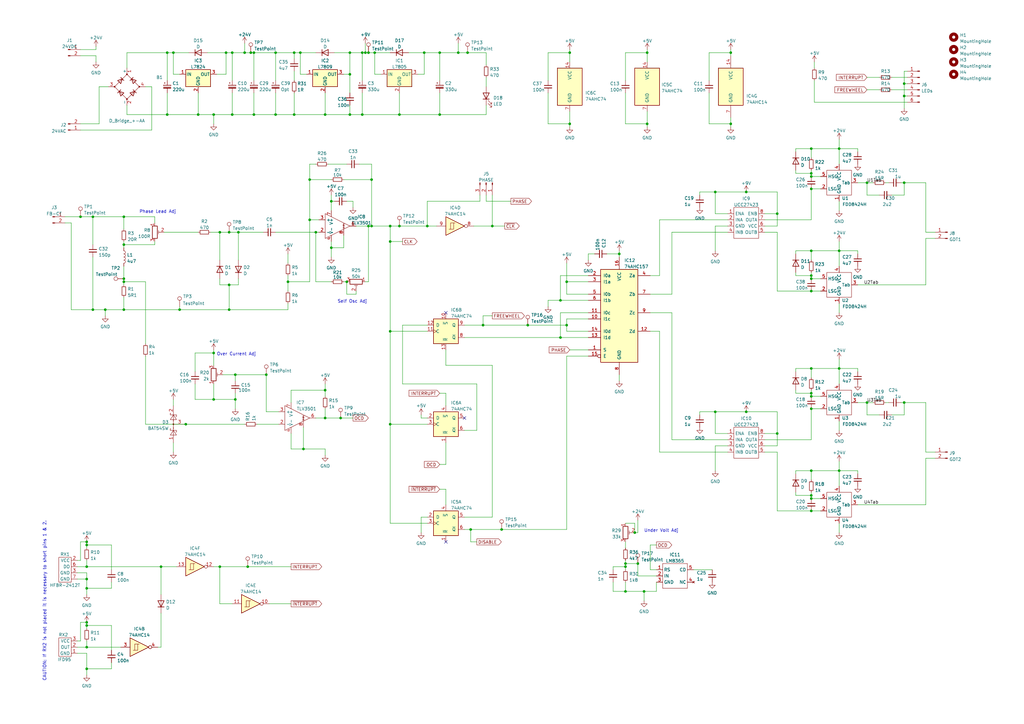
<source format=kicad_sch>
(kicad_sch (version 20211123) (generator eeschema)
  (paper "A3")
  (title_block (title "Unversal Driver - Freewheeling") (date "2022-06-23") (rev "0.1") (comment 1 "UD2,1 by Bart Anderson / UD2 by Steve Ward") (comment 2 "UD2.7 by Gao Guangyan / UD2.5 by Eric Goodchild") (comment 3 "UD+ by Philip Slawinski / UD2.9 by Daniel Marks") (comment 4 "Drawn by Michael Turner - Contributions from David Knierim"))
  (junction (at 233.68 21.59))
  (junction (at 102.87 21.59))
  (junction (at 148.59 21.59))
  (junction (at 71.12 21.59))
  (junction (at 118.11 115.57))
  (junction (at 265.43 21.59))
  (junction (at 332.74 151.13))
  (junction (at 124.46 184.15))
  (junction (at 135.89 82.55))
  (junction (at 160.02 173.99))
  (junction (at 143.51 21.59))
  (junction (at 191.77 21.59))
  (junction (at 160.02 92.71))
  (junction (at 232.41 133.35))
  (junction (at 33.02 88.9))
  (junction (at 332.74 60.96))
  (junction (at 151.13 92.71))
  (junction (at 50.8 88.9))
  (junction (at 332.74 119.38))
  (junction (at 68.58 21.59))
  (junction (at 256.54 242.57))
  (junction (at 370.84 34.29))
  (junction (at 163.83 46.99))
  (junction (at 370.84 39.37))
  (junction (at 332.74 114.3))
  (junction (at 229.87 123.19))
  (junction (at 306.07 78.74))
  (junction (at 256.54 231.14))
  (junction (at 173.99 21.59))
  (junction (at 318.77 177.8))
  (junction (at 104.14 46.99))
  (junction (at 95.25 46.99))
  (junction (at 143.51 30.48))
  (junction (at 133.35 171.45))
  (junction (at 93.98 116.84))
  (junction (at 93.98 95.25))
  (junction (at 187.96 21.59))
  (junction (at 261.62 231.14))
  (junction (at 152.4 92.71))
  (junction (at 299.72 50.8))
  (junction (at 332.74 167.64))
  (junction (at 229.87 138.43))
  (junction (at 38.1 127))
  (junction (at 318.77 87.63))
  (junction (at 96.52 163.83))
  (junction (at 142.24 115.57))
  (junction (at 43.18 127))
  (junction (at 35.56 256.54))
  (junction (at 93.98 127))
  (junction (at 73.66 127))
  (junction (at 35.56 222.25))
  (junction (at 151.13 21.59))
  (junction (at 233.68 50.8))
  (junction (at 96.52 153.67))
  (junction (at 50.8 127))
  (junction (at 129.54 95.25))
  (junction (at 87.63 46.99))
  (junction (at 160.02 99.06))
  (junction (at 143.51 46.99))
  (junction (at 332.74 204.47))
  (junction (at 306.07 168.91))
  (junction (at 101.6 232.41))
  (junction (at 35.56 237.49))
  (junction (at 332.74 102.87))
  (junction (at 95.25 21.59))
  (junction (at 180.34 21.59))
  (junction (at 254 104.14))
  (junction (at 232.41 115.57))
  (junction (at 135.89 101.6))
  (junction (at 35.56 232.41))
  (junction (at 201.93 92.71))
  (junction (at 35.56 265.43))
  (junction (at 264.16 242.57))
  (junction (at 332.74 203.2))
  (junction (at 256.54 232.41))
  (junction (at 370.84 165.1))
  (junction (at 76.2 173.99))
  (junction (at 50.8 100.33))
  (junction (at 265.43 50.8))
  (junction (at 332.74 209.55))
  (junction (at 68.58 46.99))
  (junction (at 332.74 193.04))
  (junction (at 120.65 21.59))
  (junction (at 163.83 92.71))
  (junction (at 100.33 21.59))
  (junction (at 180.34 46.99))
  (junction (at 87.63 144.78))
  (junction (at 127 90.17))
  (junction (at 90.17 95.25))
  (junction (at 299.72 21.59))
  (junction (at 344.17 151.13))
  (junction (at 90.17 232.41))
  (junction (at 332.74 161.29))
  (junction (at 50.8 115.57))
  (junction (at 92.71 21.59))
  (junction (at 81.28 46.99))
  (junction (at 332.74 113.03))
  (junction (at 38.1 88.9))
  (junction (at 66.04 232.41))
  (junction (at 332.74 71.12))
  (junction (at 120.65 46.99))
  (junction (at 123.19 21.59))
  (junction (at 370.84 74.93))
  (junction (at 50.8 114.3))
  (junction (at 113.03 21.59))
  (junction (at 35.56 255.27))
  (junction (at 344.17 193.04))
  (junction (at 198.12 133.35))
  (junction (at 127 73.66))
  (junction (at 104.14 21.59))
  (junction (at 35.56 223.52))
  (junction (at 193.04 217.17))
  (junction (at 344.17 60.96))
  (junction (at 355.6 165.1))
  (junction (at 175.26 92.71))
  (junction (at 216.4577 133.35))
  (junction (at 97.79 95.25))
  (junction (at 152.4 73.66))
  (junction (at 133.35 160.02))
  (junction (at 109.22 153.67))
  (junction (at 113.03 46.99))
  (junction (at 35.56 241.3))
  (junction (at 332.74 72.39))
  (junction (at 35.56 274.32))
  (junction (at 332.74 162.56))
  (junction (at 355.6 74.93))
  (junction (at 344.17 102.87))
  (junction (at 139.7 171.45))
  (junction (at 332.74 77.47))
  (junction (at 293.37 168.91))
  (junction (at 149.86 21.59))
  (junction (at 160.02 135.89))
  (junction (at 205.74 217.17))
  (junction (at 133.35 46.99))
  (junction (at 260.35 218.44))
  (junction (at 148.59 46.99))
  (junction (at 87.63 163.83))
  (junction (at 293.37 78.74))
  (junction (at 153.67 21.59))
  (no_connect (at 182.88 128.27))
  (no_connect (at 190.5 171.45))
  (no_connect (at 182.88 222.25))
  (wire (pts (xy 344.17 60.96) (xy 344.17 67.31)))
  (wire (pts (xy 275.59 128.27) (xy 266.7 128.27)))
  (wire (pts (xy 313.69 180.34) (xy 332.74 180.34)))
  (wire (pts (xy 118.11 104.14) (xy 118.11 107.95)))
  (wire (pts (xy 104.14 21.59) (xy 104.14 33.02)))
  (wire (pts (xy 62.23 35.56) (xy 59.69 35.56)))
  (wire (pts (xy 163.83 46.99) (xy 180.34 46.99)))
  (wire (pts (xy 29.21 91.44) (xy 29.21 127)))
  (wire (pts (xy 124.46 184.15) (xy 133.35 184.15)))
  (wire (pts (xy 256.54 21.59) (xy 265.43 21.59)))
  (wire (pts (xy 151.13 92.71) (xy 152.4 92.71)))
  (wire (pts (xy 76.2 173.99) (xy 100.33 173.99)))
  (wire (pts (xy 63.5 88.9) (xy 63.5 91.44)))
  (wire (pts (xy 332.74 180.34) (xy 332.74 167.64)))
  (wire (pts (xy 332.74 160.02) (xy 332.74 161.29)))
  (wire (pts (xy 299.72 52.07) (xy 299.72 50.8)))
  (wire (pts (xy 363.22 74.93) (xy 364.49 74.93)))
  (wire (pts (xy 332.74 161.29) (xy 326.39 161.29)))
  (wire (pts (xy 160.02 135.89) (xy 175.26 135.89)))
  (wire (pts (xy 275.59 95.25) (xy 275.59 120.65)))
  (wire (pts (xy 50.8 114.3) (xy 50.8 115.57)))
  (wire (pts (xy 287.02 168.91) (xy 287.02 170.18)))
  (wire (pts (xy 372.11 36.83) (xy 365.76 36.83)))
  (wire (pts (xy 100.33 17.78) (xy 100.33 21.59)))
  (wire (pts (xy 256.54 229.87) (xy 256.54 231.14)))
  (wire (pts (xy 201.93 80.01) (xy 201.93 92.71)))
  (wire (pts (xy 120.65 21.59) (xy 123.19 21.59)))
  (wire (pts (xy 332.74 167.64) (xy 336.55 167.64)))
  (wire (pts (xy 332.74 151.13) (xy 332.74 154.94)))
  (wire (pts (xy 95.25 21.59) (xy 100.33 21.59)))
  (wire (pts (xy 332.74 90.17) (xy 332.74 77.47)))
  (wire (pts (xy 344.17 60.96) (xy 351.79 60.96)))
  (wire (pts (xy 344.17 189.23) (xy 344.17 193.04)))
  (wire (pts (xy 344.17 102.87) (xy 351.79 102.87)))
  (wire (pts (xy 370.84 34.29) (xy 372.11 34.29)))
  (wire (pts (xy 332.74 60.96) (xy 332.74 64.77)))
  (wire (pts (xy 118.11 124.46) (xy 118.11 127)))
  (wire (pts (xy 275.59 120.65) (xy 266.7 120.65)))
  (wire (pts (xy 332.74 77.47) (xy 336.55 77.47)))
  (wire (pts (xy 104.14 21.59) (xy 113.03 21.59)))
  (wire (pts (xy 275.59 180.34) (xy 298.45 180.34)))
  (wire (pts (xy 45.72 256.54) (xy 45.72 266.7)))
  (wire (pts (xy 87.63 144.78) (xy 87.63 149.86)))
  (wire (pts (xy 143.51 21.59) (xy 148.59 21.59)))
  (wire (pts (xy 35.56 222.25) (xy 35.56 223.52)))
  (wire (pts (xy 256.54 242.57) (xy 264.16 242.57)))
  (wire (pts (xy 344.17 151.13) (xy 332.74 151.13)))
  (wire (pts (xy 332.74 69.85) (xy 332.74 71.12)))
  (wire (pts (xy 199.39 80.01) (xy 199.39 82.55)))
  (wire (pts (xy 127 90.17) (xy 127 115.57)))
  (wire (pts (xy 332.74 113.03) (xy 332.74 114.3)))
  (wire (pts (xy 232.41 135.89) (xy 241.3 135.89)))
  (wire (pts (xy 379.73 74.93) (xy 379.73 95.25)))
  (wire (pts (xy 379.73 187.96) (xy 383.54 187.96)))
  (wire (pts (xy 38.1 88.9) (xy 50.8 88.9)))
  (wire (pts (xy 129.54 115.57) (xy 135.89 115.57)))
  (wire (pts (xy 50.8 115.57) (xy 50.8 116.84)))
  (wire (pts (xy 251.46 232.41) (xy 256.54 232.41)))
  (wire (pts (xy 379.73 97.79) (xy 379.73 116.84)))
  (wire (pts (xy 344.17 193.04) (xy 344.17 199.39)))
  (wire (pts (xy 146.05 120.65) (xy 142.24 120.65)))
  (wire (pts (xy 64.77 265.43) (xy 66.04 265.43)))
  (wire (pts (xy 182.88 143.51) (xy 182.88 149.86)))
  (wire (pts (xy 265.43 20.32) (xy 265.43 21.59)))
  (wire (pts (xy 298.45 177.8) (xy 293.37 177.8)))
  (wire (pts (xy 120.65 21.59) (xy 120.65 24.13)))
  (wire (pts (xy 80.01 144.78) (xy 80.01 152.4)))
  (wire (pts (xy 129.54 95.25) (xy 129.54 115.57)))
  (wire (pts (xy 284.48 233.68) (xy 292.1 233.68)))
  (wire (pts (xy 87.63 157.48) (xy 87.63 163.83)))
  (wire (pts (xy 275.59 95.25) (xy 298.45 95.25)))
  (wire (pts (xy 88.9 30.48) (xy 92.71 30.48)))
  (wire (pts (xy 71.12 30.48) (xy 71.12 21.59)))
  (wire (pts (xy 256.54 38.1) (xy 256.54 50.8)))
  (wire (pts (xy 39.37 25.4) (xy 39.37 22.86)))
  (wire (pts (xy 293.37 168.91) (xy 306.07 168.91)))
  (wire (pts (xy 318.77 87.63) (xy 313.69 87.63)))
  (wire (pts (xy 232.41 146.05) (xy 232.41 217.17)))
  (wire (pts (xy 33.02 20.32) (xy 39.37 20.32)))
  (wire (pts (xy 224.79 21.59) (xy 233.68 21.59)))
  (wire (pts (xy 149.86 17.78) (xy 149.86 21.59)))
  (wire (pts (xy 119.38 177.8) (xy 119.38 184.15)))
  (wire (pts (xy 260.35 214.63) (xy 260.35 218.44)))
  (wire (pts (xy 270.51 185.42) (xy 298.45 185.42)))
  (wire (pts (xy 129.54 171.45) (xy 133.35 171.45)))
  (wire (pts (xy 160.02 173.99) (xy 175.26 173.99)))
  (wire (pts (xy 372.11 29.21) (xy 370.84 29.21)))
  (wire (pts (xy 256.54 50.8) (xy 265.43 50.8)))
  (wire (pts (xy 180.34 21.59) (xy 187.96 21.59)))
  (wire (pts (xy 344.17 172.72) (xy 344.17 176.53)))
  (wire (pts (xy 191.77 21.59) (xy 199.39 21.59)))
  (wire (pts (xy 201.93 92.71) (xy 194.31 92.71)))
  (wire (pts (xy 87.63 46.99) (xy 95.25 46.99)))
  (wire (pts (xy 198.12 129.54) (xy 198.12 133.35)))
  (wire (pts (xy 313.69 185.42) (xy 318.77 185.42)))
  (wire (pts (xy 198.12 133.35) (xy 216.4577 133.35)))
  (wire (pts (xy 35.56 256.54) (xy 35.56 257.81)))
  (wire (pts (xy 379.73 95.25) (xy 383.54 95.25)))
  (wire (pts (xy 232.41 133.35) (xy 232.41 130.81)))
  (wire (pts (xy 351.79 193.04) (xy 351.79 194.31)))
  (wire (pts (xy 140.97 96.52) (xy 140.97 101.6)))
  (wire (pts (xy 326.39 201.93) (xy 326.39 203.2)))
  (wire (pts (xy 120.65 29.21) (xy 120.65 33.02)))
  (wire (pts (xy 173.99 21.59) (xy 180.34 21.59)))
  (wire (pts (xy 355.6 74.93) (xy 355.6 80.01)))
  (wire (pts (xy 293.37 92.71) (xy 298.45 92.71)))
  (wire (pts (xy 35.56 241.3) (xy 35.56 243.84)))
  (wire (pts (xy 269.24 242.57) (xy 269.24 238.76)))
  (wire (pts (xy 256.54 231.14) (xy 256.54 232.41)))
  (wire (pts (xy 355.6 31.75) (xy 360.68 31.75)))
  (wire (pts (xy 256.54 232.41) (xy 256.54 233.68)))
  (wire (pts (xy 370.84 34.29) (xy 370.84 39.37)))
  (wire (pts (xy 344.17 102.87) (xy 332.74 102.87)))
  (wire (pts (xy 261.62 236.22) (xy 261.62 231.14)))
  (wire (pts (xy 52.07 21.59) (xy 68.58 21.59)))
  (wire (pts (xy 233.68 52.07) (xy 233.68 50.8)))
  (wire (pts (xy 326.39 193.04) (xy 326.39 194.31)))
  (wire (pts (xy 133.35 38.1) (xy 133.35 46.99)))
  (wire (pts (xy 270.51 113.03) (xy 266.7 113.03)))
  (wire (pts (xy 266.7 223.52) (xy 269.24 223.52)))
  (wire (pts (xy 104.14 38.1) (xy 104.14 46.99)))
  (wire (pts (xy 187.96 21.59) (xy 191.77 21.59)))
  (wire (pts (xy 93.98 127) (xy 118.11 127)))
  (wire (pts (xy 175.26 92.71) (xy 179.07 92.71)))
  (wire (pts (xy 326.39 69.85) (xy 326.39 71.12)))
  (wire (pts (xy 35.56 267.97) (xy 35.56 274.32)))
  (wire (pts (xy 326.39 60.96) (xy 332.74 60.96)))
  (wire (pts (xy 171.45 30.48) (xy 173.99 30.48)))
  (wire (pts (xy 261.62 231.14) (xy 256.54 231.14)))
  (wire (pts (xy 35.56 223.52) (xy 45.72 223.52)))
  (wire (pts (xy 142.24 115.57) (xy 142.24 120.65)))
  (wire (pts (xy 50.8 127) (xy 73.66 127)))
  (wire (pts (xy 265.43 52.07) (xy 265.43 50.8)))
  (wire (pts (xy 35.56 229.87) (xy 35.56 232.41)))
  (wire (pts (xy 119.38 160.02) (xy 119.38 165.1)))
  (wire (pts (xy 232.41 107.95) (xy 232.41 115.57)))
  (wire (pts (xy 123.19 30.48) (xy 123.19 21.59)))
  (wire (pts (xy 207.01 92.71) (xy 201.93 92.71)))
  (wire (pts (xy 144.78 82.55) (xy 144.78 85.09)))
  (wire (pts (xy 153.67 21.59) (xy 160.02 21.59)))
  (wire (pts (xy 68.58 46.99) (xy 81.28 46.99)))
  (wire (pts (xy 224.79 123.19) (xy 224.79 125.73)))
  (wire (pts (xy 160.02 99.06) (xy 160.02 92.71)))
  (wire (pts (xy 318.77 95.25) (xy 318.77 119.38)))
  (wire (pts (xy 299.72 20.32) (xy 299.72 21.59)))
  (wire (pts (xy 293.37 182.88) (xy 293.37 193.04)))
  (wire (pts (xy 129.54 95.25) (xy 130.81 95.25)))
  (wire (pts (xy 120.65 46.99) (xy 133.35 46.99)))
  (wire (pts (xy 62.23 53.34) (xy 62.23 35.56)))
  (wire (pts (xy 68.58 21.59) (xy 71.12 21.59)))
  (wire (pts (xy 45.72 274.32) (xy 35.56 274.32)))
  (wire (pts (xy 351.79 116.84) (xy 379.73 116.84)))
  (wire (pts (xy 127 73.66) (xy 127 90.17)))
  (wire (pts (xy 39.37 20.32) (xy 39.37 19.05)))
  (wire (pts (xy 182.88 200.66) (xy 182.88 207.01)))
  (wire (pts (xy 201.93 149.86) (xy 182.88 149.86)))
  (wire (pts (xy 67.31 95.25) (xy 81.28 95.25)))
  (wire (pts (xy 118.11 113.03) (xy 118.11 115.57)))
  (wire (pts (xy 326.39 160.02) (xy 326.39 161.29)))
  (wire (pts (xy 50.8 88.9) (xy 50.8 93.98)))
  (wire (pts (xy 172.72 170.18) (xy 172.72 171.45)))
  (wire (pts (xy 80.01 163.83) (xy 87.63 163.83)))
  (wire (pts (xy 95.25 46.99) (xy 104.14 46.99)))
  (wire (pts (xy 318.77 182.88) (xy 313.69 182.88)))
  (wire (pts (xy 151.13 115.57) (xy 151.13 92.71)))
  (wire (pts (xy 148.59 46.99) (xy 163.83 46.99)))
  (wire (pts (xy 180.34 21.59) (xy 180.34 33.02)))
  (wire (pts (xy 232.41 133.35) (xy 232.41 135.89)))
  (wire (pts (xy 290.83 21.59) (xy 299.72 21.59)))
  (wire (pts (xy 175.26 133.35) (xy 165.1 133.35)))
  (wire (pts (xy 275.59 180.34) (xy 275.59 128.27)))
  (wire (pts (xy 355.6 165.1) (xy 358.14 165.1)))
  (wire (pts (xy 40.64 35.56) (xy 44.45 35.56)))
  (wire (pts (xy 31.75 229.87) (xy 33.02 229.87)))
  (wire (pts (xy 135.89 101.6) (xy 135.89 105.41)))
  (wire (pts (xy 31.75 237.49) (xy 35.56 237.49)))
  (wire (pts (xy 344.17 60.96) (xy 332.74 60.96)))
  (wire (pts (xy 180.34 46.99) (xy 199.39 46.99)))
  (wire (pts (xy 270.51 135.89) (xy 266.7 135.89)))
  (wire (pts (xy 241.3 113.03) (xy 229.87 113.03)))
  (wire (pts (xy 35.56 223.52) (xy 35.56 224.79)))
  (wire (pts (xy 318.77 87.63) (xy 318.77 92.71)))
  (wire (pts (xy 182.88 166.37) (xy 182.88 161.29)))
  (wire (pts (xy 33.02 229.87) (xy 33.02 222.25)))
  (wire (pts (xy 151.13 21.59) (xy 153.67 21.59)))
  (wire (pts (xy 318.77 78.74) (xy 318.77 87.63)))
  (wire (pts (xy 229.87 128.27) (xy 241.3 128.27)))
  (wire (pts (xy 379.73 187.96) (xy 379.73 207.01)))
  (wire (pts (xy 35.56 274.32) (xy 35.56 276.86)))
  (wire (pts (xy 369.57 165.1) (xy 370.84 165.1)))
  (wire (pts (xy 68.58 21.59) (xy 68.58 33.02)))
  (wire (pts (xy 195.58 222.25) (xy 193.04 222.25)))
  (wire (pts (xy 129.54 67.31) (xy 127 67.31)))
  (wire (pts (xy 50.8 121.92) (xy 50.8 127)))
  (wire (pts (xy 153.67 30.48) (xy 156.21 30.48)))
  (wire (pts (xy 187.96 17.78) (xy 187.96 21.59)))
  (wire (pts (xy 104.14 46.99) (xy 113.03 46.99)))
  (wire (pts (xy 93.98 116.84) (xy 93.98 127)))
  (wire (pts (xy 40.64 50.8) (xy 40.64 35.56)))
  (wire (pts (xy 355.6 74.93) (xy 358.14 74.93)))
  (wire (pts (xy 35.56 232.41) (xy 66.04 232.41)))
  (wire (pts (xy 229.87 138.43) (xy 241.3 138.43)))
  (wire (pts (xy 190.5 176.53) (xy 195.58 176.53)))
  (wire (pts (xy 190.5 138.43) (xy 229.87 138.43)))
  (wire (pts (xy 370.84 39.37) (xy 372.11 39.37)))
  (wire (pts (xy 355.6 170.18) (xy 360.68 170.18)))
  (wire (pts (xy 254 102.87) (xy 254 104.14)))
  (wire (pts (xy 45.72 238.76) (xy 45.72 241.3)))
  (wire (pts (xy 224.79 50.8) (xy 233.68 50.8)))
  (wire (pts (xy 205.74 217.17) (xy 232.41 217.17)))
  (wire (pts (xy 90.17 247.65) (xy 95.25 247.65)))
  (wire (pts (xy 87.63 46.99) (xy 87.63 50.8)))
  (wire (pts (xy 260.35 218.44) (xy 261.62 218.44)))
  (wire (pts (xy 233.68 143.51) (xy 241.3 143.51)))
  (wire (pts (xy 102.87 21.59) (xy 104.14 21.59)))
  (wire (pts (xy 370.84 39.37) (xy 370.84 44.45)))
  (wire (pts (xy 50.8 99.06) (xy 50.8 100.33)))
  (wire (pts (xy 109.22 168.91) (xy 114.3 168.91)))
  (wire (pts (xy 43.18 127) (xy 43.18 129.54)))
  (wire (pts (xy 326.39 102.87) (xy 326.39 104.14)))
  (wire (pts (xy 35.56 237.49) (xy 35.56 241.3)))
  (wire (pts (xy 90.17 232.41) (xy 90.17 247.65)))
  (wire (pts (xy 140.97 30.48) (xy 143.51 30.48)))
  (wire (pts (xy 344.17 151.13) (xy 351.79 151.13)))
  (wire (pts (xy 370.84 170.18) (xy 370.84 165.1)))
  (wire (pts (xy 369.57 74.93) (xy 370.84 74.93)))
  (wire (pts (xy 59.69 115.57) (xy 59.69 140.97)))
  (wire (pts (xy 229.87 123.19) (xy 241.3 123.19)))
  (wire (pts (xy 63.5 100.33) (xy 63.5 99.06)))
  (wire (pts (xy 251.46 232.41) (xy 251.46 233.68)))
  (wire (pts (xy 190.5 133.35) (xy 198.12 133.35)))
  (wire (pts (xy 193.04 217.17) (xy 205.74 217.17)))
  (wire (pts (xy 38.1 105.41) (xy 38.1 127)))
  (wire (pts (xy 332.74 71.12) (xy 326.39 71.12)))
  (wire (pts (xy 96.52 153.67) (xy 96.52 156.21)))
  (wire (pts (xy 35.56 256.54) (xy 45.72 256.54)))
  (wire (pts (xy 334.01 41.91) (xy 372.11 41.91)))
  (wire (pts (xy 113.03 38.1) (xy 113.03 46.99)))
  (wire (pts (xy 35.56 255.27) (xy 35.56 256.54)))
  (wire (pts (xy 180.34 38.1) (xy 180.34 46.99)))
  (wire (pts (xy 224.79 38.1) (xy 224.79 50.8)))
  (wire (pts (xy 344.17 82.55) (xy 344.17 86.36)))
  (wire (pts (xy 96.52 153.67) (xy 109.22 153.67)))
  (wire (pts (xy 318.77 92.71) (xy 313.69 92.71)))
  (wire (pts (xy 101.6 232.41) (xy 119.38 232.41)))
  (wire (pts (xy 119.38 184.15) (xy 124.46 184.15)))
  (wire (pts (xy 50.8 88.9) (xy 63.5 88.9)))
  (wire (pts (xy 119.38 160.02) (xy 133.35 160.02)))
  (wire (pts (xy 293.37 168.91) (xy 287.02 168.91)))
  (wire (pts (xy 66.04 232.41) (xy 66.04 243.84)))
  (wire (pts (xy 35.56 265.43) (xy 49.53 265.43)))
  (wire (pts (xy 133.35 167.64) (xy 133.35 171.45)))
  (wire (pts (xy 196.85 80.01) (xy 196.85 82.55)))
  (wire (pts (xy 73.66 127) (xy 93.98 127)))
  (wire (pts (xy 233.68 20.32) (xy 233.68 21.59)))
  (wire (pts (xy 160.02 214.63) (xy 160.02 173.99)))
  (wire (pts (xy 152.4 67.31) (xy 152.4 73.66)))
  (wire (pts (xy 355.6 165.1) (xy 355.6 170.18)))
  (wire (pts (xy 33.02 222.25) (xy 35.56 222.25)))
  (wire (pts (xy 165.1 99.06) (xy 160.02 99.06)))
  (wire (pts (xy 127 90.17) (xy 130.81 90.17)))
  (wire (pts (xy 351.79 102.87) (xy 351.79 104.14)))
  (wire (pts (xy 38.1 88.9) (xy 38.1 100.33)))
  (wire (pts (xy 360.68 36.83) (xy 355.6 36.83)))
  (wire (pts (xy 379.73 185.42) (xy 383.54 185.42)))
  (wire (pts (xy 193.04 222.25) (xy 193.04 217.17)))
  (wire (pts (xy 270.51 90.17) (xy 270.51 113.03)))
  (wire (pts (xy 97.79 95.25) (xy 107.95 95.25)))
  (wire (pts (xy 318.77 185.42) (xy 318.77 209.55)))
  (wire (pts (xy 365.76 170.18) (xy 370.84 170.18)))
  (wire (pts (xy 71.12 163.83) (xy 71.12 166.37)))
  (wire (pts (xy 344.17 99.06) (xy 344.17 102.87)))
  (wire (pts (xy 365.76 80.01) (xy 370.84 80.01)))
  (wire (pts (xy 105.41 173.99) (xy 114.3 173.99)))
  (wire (pts (xy 344.17 124.46) (xy 344.17 128.27)))
  (wire (pts (xy 92.71 21.59) (xy 95.25 21.59)))
  (wire (pts (xy 33.02 255.27) (xy 33.02 262.89)))
  (wire (pts (xy 133.35 184.15) (xy 133.35 186.69)))
  (wire (pts (xy 96.52 163.83) (xy 96.52 167.64)))
  (wire (pts (xy 332.74 119.38) (xy 336.55 119.38)))
  (wire (pts (xy 332.74 161.29) (xy 332.74 162.56)))
  (wire (pts (xy 50.8 127) (xy 43.18 127)))
  (wire (pts (xy 113.03 46.99) (xy 120.65 46.99)))
  (wire (pts (xy 293.37 92.71) (xy 293.37 102.87)))
  (wire (pts (xy 52.07 46.99) (xy 68.58 46.99)))
  (wire (pts (xy 224.79 33.02) (xy 224.79 21.59)))
  (wire (pts (xy 332.74 203.2) (xy 326.39 203.2)))
  (wire (pts (xy 149.86 115.57) (xy 151.13 115.57)))
  (wire (pts (xy 31.75 232.41) (xy 35.56 232.41)))
  (wire (pts (xy 344.17 147.32) (xy 344.17 151.13)))
  (wire (pts (xy 313.69 90.17) (xy 332.74 90.17)))
  (wire (pts (xy 93.98 116.84) (xy 97.79 116.84)))
  (wire (pts (xy 293.37 78.74) (xy 287.02 78.74)))
  (wire (pts (xy 97.79 95.25) (xy 97.79 106.68)))
  (wire (pts (xy 163.83 92.71) (xy 175.26 92.71)))
  (wire (pts (xy 127 73.66) (xy 135.89 73.66)))
  (wire (pts (xy 87.63 144.78) (xy 80.01 144.78)))
  (wire (pts (xy 68.58 38.1) (xy 68.58 46.99)))
  (wire (pts (xy 293.37 78.74) (xy 306.07 78.74)))
  (wire (pts (xy 332.74 209.55) (xy 336.55 209.55)))
  (wire (pts (xy 172.72 171.45) (xy 175.26 171.45)))
  (wire (pts (xy 180.34 200.66) (xy 182.88 200.66)))
  (wire (pts (xy 125.73 30.48) (xy 123.19 30.48)))
  (wire (pts (xy 172.72 218.44) (xy 172.72 212.09)))
  (wire (pts (xy 160.02 92.71) (xy 163.83 92.71)))
  (wire (pts (xy 182.88 181.61) (xy 182.88 190.5)))
  (wire (pts (xy 35.56 255.27) (xy 33.02 255.27)))
  (wire (pts (xy 370.84 74.93) (xy 379.73 74.93)))
  (wire (pts (xy 256.54 33.02) (xy 256.54 21.59)))
  (wire (pts (xy 298.45 87.63) (xy 293.37 87.63)))
  (wire (pts (xy 133.35 160.02) (xy 133.35 162.56)))
  (wire (pts (xy 332.74 72.39) (xy 336.55 72.39)))
  (wire (pts (xy 175.26 82.55) (xy 196.85 82.55)))
  (wire (pts (xy 139.7 171.45) (xy 144.78 171.45)))
  (wire (pts (xy 59.69 173.99) (xy 76.2 173.99)))
  (wire (pts (xy 344.17 193.04) (xy 351.79 193.04)))
  (wire (pts (xy 299.72 48.26) (xy 299.72 50.8)))
  (wire (pts (xy 50.8 109.22) (xy 50.8 114.3)))
  (wire (pts (xy 290.83 38.1) (xy 290.83 50.8)))
  (wire (pts (xy 33.02 50.8) (xy 40.64 50.8)))
  (wire (pts (xy 175.26 82.55) (xy 175.26 92.71)))
  (wire (pts (xy 264.16 242.57) (xy 264.16 246.38)))
  (wire (pts (xy 370.84 29.21) (xy 370.84 34.29)))
  (wire (pts (xy 90.17 232.41) (xy 101.6 232.41)))
  (wire (pts (xy 326.39 151.13) (xy 326.39 152.4)))
  (wire (pts (xy 95.25 21.59) (xy 95.25 33.02)))
  (wire (pts (xy 254 104.14) (xy 254 105.41)))
  (wire (pts (xy 256.54 242.57) (xy 256.54 238.76)))
  (wire (pts (xy 351.79 207.01) (xy 379.73 207.01)))
  (wire (pts (xy 195.58 157.48) (xy 195.58 176.53)))
  (wire (pts (xy 265.43 21.59) (xy 265.43 25.4)))
  (wire (pts (xy 118.11 115.57) (xy 118.11 119.38)))
  (wire (pts (xy 232.41 115.57) (xy 241.3 115.57)))
  (wire (pts (xy 140.97 101.6) (xy 135.89 101.6)))
  (wire (pts (xy 133.35 46.99) (xy 143.51 46.99)))
  (wire (pts (xy 293.37 87.63) (xy 293.37 78.74)))
  (wire (pts (xy 71.12 21.59) (xy 77.47 21.59)))
  (wire (pts (xy 265.43 45.72) (xy 265.43 50.8)))
  (wire (pts (xy 332.74 162.56) (xy 336.55 162.56)))
  (wire (pts (xy 38.1 127) (xy 43.18 127)))
  (wire (pts (xy 113.03 21.59) (xy 120.65 21.59)))
  (wire (pts (xy 50.8 100.33) (xy 50.8 101.6)))
  (wire (pts (xy 270.51 90.17) (xy 298.45 90.17)))
  (wire (pts (xy 127 67.31) (xy 127 73.66)))
  (wire (pts (xy 344.17 151.13) (xy 344.17 157.48)))
  (wire (pts (xy 137.16 21.59) (xy 143.51 21.59)))
  (wire (pts (xy 306.07 78.74) (xy 318.77 78.74)))
  (wire (pts (xy 326.39 111.76) (xy 326.39 113.03)))
  (wire (pts (xy 180.34 161.29) (xy 182.88 161.29)))
  (wire (pts (xy 31.75 267.97) (xy 35.56 267.97)))
  (wire (pts (xy 135.89 82.55) (xy 135.89 86.36)))
  (wire (pts (xy 199.39 35.56) (xy 199.39 31.75)))
  (wire (pts (xy 248.92 104.14) (xy 254 104.14)))
  (wire (pts (xy 344.17 193.04) (xy 332.74 193.04)))
  (wire (pts (xy 326.39 193.04) (xy 332.74 193.04)))
  (wire (pts (xy 160.02 99.06) (xy 160.02 135.89)))
  (wire (pts (xy 261.62 213.36) (xy 261.62 218.44)))
  (wire (pts (xy 66.04 232.41) (xy 72.39 232.41)))
  (wire (pts (xy 216.4577 133.35) (xy 232.41 133.35)))
  (wire (pts (xy 334.01 25.4) (xy 334.01 27.94)))
  (wire (pts (xy 332.74 201.93) (xy 332.74 203.2)))
  (wire (pts (xy 123.19 21.59) (xy 129.54 21.59)))
  (wire (pts (xy 133.35 171.45) (xy 139.7 171.45)))
  (wire (pts (xy 379.73 165.1) (xy 379.73 185.42)))
  (wire (pts (xy 256.54 214.63) (xy 260.35 214.63)))
  (wire (pts (xy 71.12 181.61) (xy 71.12 185.42)))
  (wire (pts (xy 45.72 271.78) (xy 45.72 274.32)))
  (wire (pts (xy 113.03 95.25) (xy 129.54 95.25)))
  (wire (pts (xy 326.39 60.96) (xy 326.39 62.23)))
  (wire (pts (xy 140.97 73.66) (xy 152.4 73.66)))
  (wire (pts (xy 351.79 165.1) (xy 355.6 165.1)))
  (wire (pts (xy 241.3 146.05) (xy 232.41 146.05)))
  (wire (pts (xy 100.33 21.59) (xy 102.87 21.59)))
  (wire (pts (xy 344.17 57.15) (xy 344.17 60.96)))
  (wire (pts (xy 120.65 38.1) (xy 120.65 46.99)))
  (wire (pts (xy 266.7 233.68) (xy 266.7 223.52)))
  (wire (pts (xy 269.24 233.68) (xy 266.7 233.68)))
  (wire (pts (xy 33.02 53.34) (xy 62.23 53.34)))
  (wire (pts (xy 198.12 129.54) (xy 201.93 129.54)))
  (wire (pts (xy 95.25 38.1) (xy 95.25 46.99)))
  (wire (pts (xy 143.51 43.18) (xy 143.51 46.99)))
  (wire (pts (xy 332.74 71.12) (xy 332.74 72.39)))
  (wire (pts (xy 332.74 203.2) (xy 332.74 204.47)))
  (wire (pts (xy 172.72 212.09) (xy 175.26 212.09)))
  (wire (pts (xy 351.79 151.13) (xy 351.79 152.4)))
  (wire (pts (xy 264.16 242.57) (xy 269.24 242.57)))
  (wire (pts (xy 165.1 133.35) (xy 165.1 157.48)))
  (wire (pts (xy 135.89 99.06) (xy 135.89 101.6)))
  (wire (pts (xy 293.37 177.8) (xy 293.37 168.91)))
  (wire (pts (xy 153.67 21.59) (xy 153.67 30.48)))
  (wire (pts (xy 142.24 82.55) (xy 144.78 82.55)))
  (wire (pts (xy 39.37 22.86) (xy 33.02 22.86)))
  (wire (pts (xy 135.89 80.01) (xy 135.89 82.55)))
  (wire (pts (xy 233.68 21.59) (xy 233.68 25.4)))
  (wire (pts (xy 229.87 138.43) (xy 229.87 128.27)))
  (wire (pts (xy 96.52 161.29) (xy 96.52 163.83)))
  (wire (pts (xy 313.69 95.25) (xy 318.77 95.25)))
  (wire (pts (xy 93.98 95.25) (xy 97.79 95.25)))
  (wire (pts (xy 241.3 106.68) (xy 241.3 104.14)))
  (wire (pts (xy 351.79 60.96) (xy 351.79 62.23)))
  (wire (pts (xy 332.74 111.76) (xy 332.74 113.03)))
  (wire (pts (xy 199.39 21.59) (xy 199.39 26.67)))
  (wire (pts (xy 127 115.57) (xy 118.11 115.57)))
  (wire (pts (xy 133.35 157.48) (xy 133.35 160.02)))
  (wire (pts (xy 45.72 241.3) (xy 35.56 241.3)))
  (wire (pts (xy 344.17 102.87) (xy 344.17 109.22)))
  (wire (pts (xy 26.67 91.44) (xy 29.21 91.44)))
  (wire (pts (xy 26.67 88.9) (xy 33.02 88.9)))
  (wire (pts (xy 318.77 119.38) (xy 332.74 119.38)))
  (wire (pts (xy 232.41 115.57) (xy 232.41 120.65)))
  (wire (pts (xy 113.03 21.59) (xy 113.03 33.02)))
  (wire (pts (xy 110.49 247.65) (xy 119.38 247.65)))
  (wire (pts (xy 149.86 21.59) (xy 151.13 21.59)))
  (wire (pts (xy 90.17 95.25) (xy 90.17 106.68)))
  (wire (pts (xy 163.83 38.1) (xy 163.83 46.99)))
  (wire (pts (xy 251.46 242.57) (xy 251.46 238.76)))
  (wire (pts (xy 199.39 46.99) (xy 199.39 43.18)))
  (wire (pts (xy 45.72 223.52) (xy 45.72 233.68)))
  (wire (pts (xy 31.75 234.95) (xy 35.56 234.95)))
  (wire (pts (xy 146.05 92.71) (xy 151.13 92.71)))
  (wire (pts (xy 167.64 21.59) (xy 173.99 21.59)))
  (wire (pts (xy 241.3 104.14) (xy 243.84 104.14)))
  (wire (pts (xy 148.59 21.59) (xy 148.59 33.02)))
  (wire (pts (xy 152.4 92.71) (xy 160.02 92.71)))
  (wire (pts (xy 148.59 38.1) (xy 148.59 46.99)))
  (wire (pts (xy 143.51 30.48) (xy 143.51 21.59)))
  (wire (pts (xy 87.63 143.51) (xy 87.63 144.78)))
  (wire (pts (xy 97.79 114.3) (xy 97.79 116.84)))
  (wire (pts (xy 334.01 33.02) (xy 334.01 41.91)))
  (wire (pts (xy 318.77 209.55) (xy 332.74 209.55)))
  (wire (pts (xy 370.84 80.01) (xy 370.84 74.93)))
  (wire (pts (xy 379.73 97.79) (xy 383.54 97.79)))
  (wire (pts (xy 87.63 163.83) (xy 96.52 163.83)))
  (wire (pts (xy 256.54 222.25) (xy 256.54 224.79)))
  (wire (pts (xy 363.22 165.1) (xy 364.49 165.1)))
  (wire (pts (xy 290.83 33.02) (xy 290.83 21.59)))
  (wire (pts (xy 165.1 157.48) (xy 195.58 157.48)))
  (wire (pts (xy 31.75 265.43) (xy 35.56 265.43)))
  (wire (pts (xy 91.44 153.67) (xy 96.52 153.67)))
  (wire (pts (xy 201.93 212.09) (xy 201.93 149.86)))
  (wire (pts (xy 59.69 146.05) (xy 59.69 173.99)))
  (wire (pts (xy 332.74 193.04) (xy 332.74 196.85)))
  (wire (pts (xy 143.51 46.99) (xy 148.59 46.99)))
  (wire (pts (xy 351.79 74.93) (xy 355.6 74.93)))
  (wire (pts (xy 81.28 38.1) (xy 81.28 46.99)))
  (wire (pts (xy 85.09 21.59) (xy 92.71 21.59)))
  (wire (pts (xy 306.07 168.91) (xy 318.77 168.91)))
  (wire (pts (xy 270.51 185.42) (xy 270.51 135.89)))
  (wire (pts (xy 332.74 204.47) (xy 336.55 204.47)))
  (wire (pts (xy 146.05 119.38) (xy 146.05 120.65)))
  (wire (pts (xy 318.77 177.8) (xy 313.69 177.8)))
  (wire (pts (xy 90.17 116.84) (xy 93.98 116.84)))
  (wire (pts (xy 66.04 251.46) (xy 66.04 265.43)))
  (wire (pts (xy 254 153.67) (xy 254 156.21)))
  (wire (pts (xy 73.66 127) (xy 73.66 125.73)))
  (wire (pts (xy 137.16 82.55) (xy 135.89 82.55)))
  (wire (pts (xy 50.8 100.33) (xy 63.5 100.33)))
  (wire (pts (xy 326.39 102.87) (xy 332.74 102.87)))
  (wire (pts (xy 81.28 46.99) (xy 87.63 46.99)))
  (wire (pts (xy 140.97 115.57) (xy 142.24 115.57)))
  (wire (pts (xy 134.62 67.31) (xy 142.24 67.31)))
  (wire (pts (xy 355.6 80.01) (xy 360.68 80.01)))
  (wire (pts (xy 199.39 82.55) (xy 209.55 82.55)))
  (wire (pts (xy 365.76 31.75) (xy 372.11 31.75)))
  (wire (pts (xy 332.74 102.87) (xy 332.74 106.68)))
  (wire (pts (xy 318.77 168.91) (xy 318.77 177.8)))
  (wire (pts (xy 29.21 127) (xy 38.1 127)))
  (wire (pts (xy 160.02 214.63) (xy 175.26 214.63)))
  (wire (pts (xy 90.17 114.3) (xy 90.17 116.84)))
  (wire (pts (xy 152.4 73.66) (xy 152.4 92.71)))
  (wire (pts (xy 80.01 157.48) (xy 80.01 163.83)))
  (wire (pts (xy 52.07 27.94) (xy 52.07 21.59)))
  (wire (pts (xy 92.71 30.48) (xy 92.71 21.59)))
  (wire (pts (xy 370.84 165.1) (xy 379.73 165.1)))
  (wire (pts (xy 287.02 78.74) (xy 287.02 80.01)))
  (wire (pts (xy 173.99 30.48) (xy 173.99 21.59)))
  (wire (pts (xy 290.83 50.8) (xy 299.72 50.8)))
  (wire (pts (xy 143.51 30.48) (xy 143.51 38.1)))
  (wire (pts (xy 148.59 21.59) (xy 149.86 21.59)))
  (wire (pts (xy 147.32 67.31) (xy 152.4 67.31)))
  (wire (pts (xy 190.5 212.09) (xy 201.93 212.09)))
  (wire (pts (xy 332.74 114.3) (xy 336.55 114.3)))
  (wire (pts (xy 233.68 45.72) (xy 233.68 50.8)))
  (wire (pts (xy 35.56 265.43) (xy 35.56 262.89)))
  (wire (pts (xy 190.5 217.17) (xy 193.04 217.17)))
  (wire (pts (xy 124.46 175.26) (xy 124.46 184.15)))
  (wire (pts (xy 33.02 262.89) (xy 31.75 262.89)))
  (wire (pts (xy 299.72 21.59) (xy 299.72 22.86)))
  (wire (pts (xy 73.66 30.48) (xy 71.12 30.48)))
  (wire (pts (xy 109.22 153.67) (xy 109.22 168.91)))
  (wire (pts (xy 35.56 234.95) (xy 35.56 237.49)))
  (wire (pts (xy 86.36 95.25) (xy 90.17 95.25)))
  (wire (pts (xy 87.63 232.41) (xy 90.17 232.41)))
  (wire (pts (xy 251.46 242.57) (xy 256.54 242.57)))
  (wire (pts (xy 269.24 236.22) (xy 261.62 236.22)))
  (wire (pts (xy 326.39 151.13) (xy 332.74 151.13)))
  (wire (pts (xy 344.17 214.63) (xy 344.17 218.44)))
  (wire (pts (xy 229.87 123.19) (xy 224.79 123.19)))
  (wire (pts (xy 52.07 43.18) (xy 52.07 46.99)))
  (wire (pts (xy 229.87 113.03) (xy 229.87 123.19)))
  (wire (pts (xy 90.17 95.25) (xy 93.98 95.25)))
  (wire (pts (xy 180.34 190.5) (xy 182.88 190.5)))
  (wire (pts (xy 232.41 120.65) (xy 241.3 120.65)))
  (wire (pts (xy 232.41 130.81) (xy 241.3 130.81)))
  (wire (pts (xy 318.77 177.8) (xy 318.77 182.88)))
  (wire (pts (xy 332.74 113.03) (xy 326.39 113.03)))
  (wire (pts (xy 50.8 115.57) (xy 59.69 115.57)))
  (wire (pts (xy 33.02 88.9) (xy 38.1 88.9)))
  (wire (pts (xy 160.02 135.89) (xy 160.02 173.99)))
  (wire (pts (xy 293.37 182.88) (xy 298.45 182.88)))
  (text "CAUTION: If RX2 is not placed it is necessary to short pins 1 & 2." (at 19.05 279.4 90) (effects (font (size 1.27 1.27)) (justify left bottom)))
  (text "Over Current Adj" (at 88.9 146.05 0) (effects (font (size 1.27 1.27)) (justify left bottom)))
  (text "Under Volt Adj" (at 264.16 218.44 0) (effects (font (size 1.27 1.27)) (justify left bottom)))
  (text "Self Osc Adj\n" (at 138.43 124.46 0) (effects (font (size 1.27 1.27)) (justify left bottom)))
  (text "Phase Lead Adj" (at 57.15 87.63 0) (effects (font (size 1.27 1.27)) (justify left bottom)))
  (label "U1Tab" (at 355.6 74.93 0))
  (label "U3Tab" (at 355.6 165.1 0))
  (label "U4Tab" (at 354.33 207.01 0))
  (label "U2Tab" (at 354.33 116.84 0))
  (global_label "~{INTERRUPT}" (shape input) (at 180.34 200.66 180) (property "Intersheet References" "${INTERSHEET_REFS}" (effects hide)))
  (global_label "PHASE" (shape input) (at 233.68 143.51 180) (property "Intersheet References" "${INTERSHEET_REFS}" (effects hide)))
  (global_label "OCD" (shape output) (at 269.24 223.52 0) (property "Intersheet References" "${INTERSHEET_REFS}" (effects hide)))
  (global_label "INTERRUPT" (shape output) (at 119.38 232.41 0) (property "Intersheet References" "${INTERSHEET_REFS}" (effects hide)))
  (global_label "CLK" (shape output) (at 165.1 99.06 0) (property "Intersheet References" "${INTERSHEET_REFS}" (effects hide)))
  (global_label "DISABLE" (shape output) (at 195.58 222.25 0) (property "Intersheet References" "${INTERSHEET_REFS}" (effects hide)))
  (global_label "~{INTERRUPT}" (shape output) (at 119.38 247.65 0) (property "Intersheet References" "${INTERSHEET_REFS}" (effects hide)))
  (global_label "PHASE" (shape output) (at 209.55 82.55 0) (property "Intersheet References" "${INTERSHEET_REFS}" (effects hide)))
  (global_label "FREEWHEEL" (shape input) (at 355.6 36.83 180) (property "Intersheet References" "${INTERSHEET_REFS}" (effects hide)))
  (global_label "INTERRUPT" (shape input) (at 355.6 31.75 180) (property "Intersheet References" "${INTERSHEET_REFS}" (effects hide)))
  (global_label "OCD" (shape input) (at 180.34 190.5 180) (property "Intersheet References" "${INTERSHEET_REFS}" (effects hide)))
  (global_label "~{CLK}" (shape output) (at 207.01 92.71 0) (property "Intersheet References" "${INTERSHEET_REFS}" (effects hide)))
  (global_label "OCD" (shape output) (at 144.78 171.45 0) (property "Intersheet References" "${INTERSHEET_REFS}" (effects hide)))
  (global_label "INTERRUPT" (shape input) (at 180.34 161.29 180) (property "Intersheet References" "${INTERSHEET_REFS}" (effects hide)))
  (global_label "FREEWHEEL" (shape output) (at 201.93 129.54 0) (property "Intersheet References" "${INTERSHEET_REFS}" (effects hide)))
  (symbol (lib_id "Device:C_Small") (at 224.79 35.56 0) (unit 1)
    (property "Reference" "C37" (at 218.44 34.29 0) (effects (justify left)))
    (property "Value" "100n" (at 218.44 36.83 0) (effects (justify left)))
    (property "Footprint" "Capacitor_SMD:C_0805_2012Metric" (effects hide))
  )
  (symbol (lib_id "Device:D_Bridge_+-AA") (at 52.07 35.56 90) (unit 1)
    (property "Reference" "B1" (at 65.4058 31.7333 90))
    (property "Value" "D_Bridge_+-AA" (at 52.07 49.53 90))
    (property "Footprint" "Diode_SMD:Diode_Bridge_Vishay_DFS" (effects hide))
  )
  (symbol (lib_id "Device:R_Small") (at 50.8 96.52 0) (unit 1)
    (property "Reference" "R3" (at 52.2986 95.6853 0) (effects (justify left)))
    (property "Value" "20R" (at 52.2986 98.2222 0) (effects (justify left)))
    (property "Footprint" "Resistor_THT:R_Axial_DIN0414_L11.9mm_D4.5mm_P15.24mm_Horizontal" (effects hide))
  )
  (symbol (lib_id "Device:R_Small") (at 120.65 35.56 0) (unit 1)
    (property "Reference" "R31" (at 121.92 34.29 0) (effects (justify left)))
    (property "Value" "1R" (at 121.92 36.83 0) (effects (justify left)))
    (property "Footprint" "Resistor_SMD:R_0805_2012Metric" (effects hide))
  )
  (symbol (lib_id "Device:C_Small") (at 351.79 154.94 0) (unit 1)
    (property "Reference" "C22" (at 345.44 153.67 0) (effects (justify left)))
    (property "Value" "4u7" (at 345.44 156.21 0) (effects (justify left)))
    (property "Footprint" "Capacitor_SMD:C_1206_3216Metric" (effects hide))
  )
  (symbol (lib_id "power:GND") (at 241.3 106.68 0) (unit 1)
    (property "Reference" "#PWR030" (effects hide))
    (property "Value" "GND" (at 241.3 111.1234 0))
  )
  (symbol (lib_id "Connector:TestPoint") (at 139.7 171.45 0) (unit 1)
    (property "Reference" "TP9" (at 141.097 167.3133 0) (effects (justify left)))
    (property "Value" "TestPoint" (at 141.097 169.8502 0) (effects (justify left)))
    (property "Footprint" "TestPoint:TestPoint_THTPad_D1.0mm_Drill0.5mm" (effects hide))
  )
  (symbol (lib_id "power:+24V") (at 100.33 17.78 0) (unit 1)
    (property "Reference" "#PWR013" (effects hide))
    (property "Value" "+24V" (at 100.33 14.2042 0))
  )
  (symbol (lib_id "Connector:TestPoint") (at 151.13 21.59 0) (unit 1)
    (property "Reference" "TP11" (at 152.527 17.4533 0) (effects (justify left)))
    (property "Value" "TestPoint" (at 152.527 19.9902 0) (effects (justify left)))
    (property "Footprint" "TestPoint:TestPoint_THTPad_D1.0mm_Drill0.5mm" (effects hide))
  )
  (symbol (lib_id "power:+5V") (at 87.63 143.51 0) (unit 1)
    (property "Reference" "#PWR010" (effects hide))
    (property "Value" "+5V" (at 87.63 139.9342 0))
  )
  (symbol (lib_id "Connector:TestPoint") (at 33.02 88.9 0) (unit 1)
    (property "Reference" "TP1" (at 34.417 84.7633 0) (effects (justify left)))
    (property "Value" "TestPoint" (at 34.417 87.3002 0) (effects (justify left)))
    (property "Footprint" "TestPoint:TestPoint_THTPad_D1.0mm_Drill0.5mm" (effects hide))
  )
  (symbol (lib_id "power:GND") (at 351.79 67.31 0) (unit 1)
    (property "Reference" "#PWR060" (effects hide))
    (property "Value" "GND" (at 351.79 71.7534 0))
  )
  (symbol (lib_id "My Components:UCC27423") (at 306.07 182.88 0) (unit 1)
    (property "Reference" "IC10" (at 306.07 171.611 0))
    (property "Value" "UCC27423" (at 306.07 174.1479 0))
    (property "Footprint" "Package_SO:SOIC-8_3.9x4.9mm_P1.27mm" (effects hide))
  )
  (symbol (lib_id "Device:C_Polarized_Small") (at 113.03 35.56 0) (unit 1)
    (property "Reference" "C39" (at 115.189 34.1792 0) (effects (justify left)))
    (property "Value" "Opt" (at 115.189 36.7161 0) (effects (justify left)))
    (property "Footprint" "Capacitor_THT:CP_Radial_D8.0mm_P3.50mm" (effects hide))
  )
  (symbol (lib_id "Device:R_Small") (at 35.56 227.33 0) (unit 1)
    (property "Reference" "R10" (at 37.0586 226.4953 0) (effects (justify left)))
    (property "Value" "1k" (at 37.0586 229.0322 0) (effects (justify left)))
    (property "Footprint" "Resistor_SMD:R_0805_2012Metric" (effects hide))
  )
  (symbol (lib_id "Device:R_Small") (at 256.54 236.22 180) (unit 1)
    (property "Reference" "R30" (at 258.0386 235.3853 0) (effects (justify right)))
    (property "Value" "1k8" (at 258.0386 237.9222 0) (effects (justify right)))
    (property "Footprint" "Resistor_SMD:R_0805_2012Metric" (effects hide))
  )
  (symbol (lib_id "Connector:Conn_01x02_Male") (at 388.62 95.25 0) (mirror y) (unit 1)
    (property "Reference" "J8" (at 389.3312 95.6853 0) (effects (justify right)))
    (property "Value" "GDT1" (at 389.3312 98.2222 0) (effects (justify right)))
    (property "Footprint" "Connector_JST:JST_XH_B2B-XH-A_1x02_P2.50mm_Vertical" (effects hide))
  )
  (symbol (lib_id "power:+5V") (at 172.72 170.18 0) (unit 1)
    (property "Reference" "#PWR028" (effects hide))
    (property "Value" "+5V" (at 172.72 166.37 0))
  )
  (symbol (lib_id "Device:R_Small") (at 332.74 199.39 180) (unit 1)
    (property "Reference" "R18" (at 334.2386 198.5553 0) (effects (justify right)))
    (property "Value" "1k" (at 334.2386 201.0922 0) (effects (justify right)))
    (property "Footprint" "Resistor_SMD:R_0805_2012Metric" (effects hide))
  )
  (symbol (lib_id "Device:C_Polarized_Small") (at 95.25 35.56 0) (unit 1)
    (property "Reference" "C10" (at 97.409 34.1792 0) (effects (justify left)))
    (property "Value" "220u" (at 97.409 36.7161 0) (effects (justify left)))
    (property "Footprint" "Capacitor_THT:CP_Radial_D8.0mm_P3.50mm" (effects hide))
  )
  (symbol (lib_id "My Components:UCC27423") (at 306.07 92.71 0) (unit 1)
    (property "Reference" "IC9" (at 306.07 81.441 0))
    (property "Value" "UCC27423" (at 306.07 83.9779 0))
    (property "Footprint" "Package_SO:SOIC-8_3.9x4.9mm_P1.27mm" (effects hide))
  )
  (symbol (lib_id "Regulator_Linear:L7805") (at 163.83 30.48 0) (unit 1)
    (property "Reference" "IC1" (at 163.83 24.8752 0))
    (property "Value" "L7805" (at 163.83 27.4121 0))
    (property "Footprint" "Package_TO_SOT_SMD:TO-252-3_TabPin2" (effects hide))
    (property "Datasheet" "http://www.st.com/content/ccc/resource/technical/document/datasheet/41/4f/b3/b0/12/d4/47/88/CD00000444.pdf/files/CD00000444.pdf/jcr:content/translations/en.CD00000444.pdf" (effects hide))
  )
  (symbol (lib_id "Device:C_Small") (at 332.74 165.1 0) (unit 1)
    (property "Reference" "C18" (at 326.39 163.83 0) (effects (justify left)))
    (property "Value" "100n" (at 326.39 166.37 0) (effects (justify left)))
    (property "Footprint" "Capacitor_SMD:C_0805_2012Metric" (effects hide))
  )
  (symbol (lib_id "Device:R_Small") (at 138.43 115.57 90) (unit 1)
    (property "Reference" "R21" (at 138.43 111.76 90))
    (property "Value" "10k" (at 138.43 113.6705 90))
    (property "Footprint" "Resistor_SMD:R_0805_2012Metric" (effects hide))
  )
  (symbol (lib_id "power:+24V") (at 39.37 19.05 0) (unit 1)
    (property "Reference" "#PWR05" (effects hide))
    (property "Value" "+24V" (at 39.37 15.4742 0))
  )
  (symbol (lib_id "Device:C_Small") (at 38.1 102.87 0) (unit 1)
    (property "Reference" "C32" (at 40.4241 102.0416 0) (effects (justify left)))
    (property "Value" "150p" (at 40.4241 104.5785 0) (effects (justify left)))
    (property "Footprint" "Capacitor_SMD:C_0805_2012Metric" (effects hide))
  )
  (symbol (lib_id "power:GND") (at 43.18 129.54 0) (unit 1)
    (property "Reference" "#PWR08" (effects hide))
    (property "Value" "GND" (at 43.18 133.9834 0))
  )
  (symbol (lib_id "power:+24V") (at 261.62 213.36 0) (unit 1)
    (property "Reference" "#PWR037" (effects hide))
    (property "Value" "+24V" (at 261.62 209.7842 0))
  )
  (symbol (lib_id "power:GND") (at 254 156.21 0) (unit 1)
    (property "Reference" "#PWR032" (effects hide))
    (property "Value" "GND" (at 254 160.6534 0))
  )
  (symbol (lib_id "Connector:TestPoint") (at 163.83 92.71 0) (unit 1)
    (property "Reference" "TP12" (at 165.227 88.5733 0) (effects (justify left)))
    (property "Value" "TestPoint" (at 165.227 91.1102 0) (effects (justify left)))
    (property "Footprint" "TestPoint:TestPoint_THTPad_D1.0mm_Drill0.5mm" (effects hide))
  )
  (symbol (lib_id "74xx:74HC14") (at 80.01 232.41 0) (unit 6)
    (property "Reference" "IC4" (at 80.01 224.9002 0))
    (property "Value" "74AHC14" (at 80.01 227.4371 0))
    (property "Footprint" "Package_SO:SOIC-14_3.9x8.7mm_P1.27mm" (effects hide))
    (property "Datasheet" "http://www.ti.com/lit/gpn/sn74HC14" (effects hide))
  )
  (symbol (lib_id "Device:C_Small") (at 287.02 82.55 0) (unit 1)
    (property "Reference" "C19" (at 280.67 81.28 0) (effects (justify left)))
    (property "Value" "1u" (at 280.67 83.82 0) (effects (justify left)))
    (property "Footprint" "Capacitor_SMD:C_0805_2012Metric" (effects hide))
  )
  (symbol (lib_id "Connector:TestPoint") (at 73.66 125.73 0) (unit 1)
    (property "Reference" "TP3" (at 75.057 121.5933 0) (effects (justify left)))
    (property "Value" "TestPoint" (at 74.93 124.46 0) (effects (justify left)))
    (property "Footprint" "TestPoint:TestPoint_THTPad_D1.0mm_Drill0.5mm" (effects hide))
  )
  (symbol (lib_id "74xx:74HC14") (at 102.87 247.65 0) (unit 5)
    (property "Reference" "IC4" (at 102.87 240.1402 0))
    (property "Value" "74AHC14" (at 102.87 242.6771 0))
    (property "Footprint" "Package_SO:SOIC-14_3.9x8.7mm_P1.27mm" (effects hide))
    (property "Datasheet" "http://www.ti.com/lit/gpn/sn74HC14" (effects hide))
  )
  (symbol (lib_id "Device:C_Small") (at 363.22 80.01 90) (unit 1)
    (property "Reference" "C30" (at 367.03 81.28 90) (effects (justify left)))
    (property "Value" "2u2" (at 365.76 83.82 90) (effects (justify left)))
    (property "Footprint" "Capacitor_SMD:C_1210_3225Metric" (effects hide))
  )
  (symbol (lib_id "Device:D") (at 326.39 107.95 270) (unit 1)
    (property "Reference" "D11" (at 328.422 107.1153 90) (effects (justify left)))
    (property "Value" "D" (at 328.422 109.6522 90) (effects (justify left)))
    (property "Footprint" "Diode_SMD:D_SOD-323" (effects hide))
  )
  (symbol (lib_id "power:GND") (at 144.78 85.09 0) (unit 1)
    (property "Reference" "#PWR024" (effects hide))
    (property "Value" "GND" (at 144.78 89.5334 0))
  )
  (symbol (lib_id "My Components:FDD8424H") (at 344.17 165.1 0) (unit 1)
    (property "Reference" "U3" (at 346.71 171.45 0))
    (property "Value" "FDD8424H" (at 350.52 173.99 0))
    (property "Footprint" "Package_TO_SOT_SMD:TO-252-4" (effects hide))
  )
  (symbol (lib_id "power:GND") (at 344.17 128.27 0) (unit 1)
    (property "Reference" "#PWR055" (effects hide))
    (property "Value" "GND" (at 344.17 132.7134 0))
  )
  (symbol (lib_id "74xx:74HC14") (at 299.72 35.56 0) (unit 7)
    (property "Reference" "IC4" (at 306.07 39.3731 0) (effects (justify left)))
    (property "Value" "74AHC14" (at 306.07 41.91 0) (effects (justify left)))
    (property "Footprint" "Package_SO:SOIC-14_3.9x8.7mm_P1.27mm" (effects hide))
    (property "Datasheet" "http://www.ti.com/lit/gpn/sn74HC14" (effects hide))
  )
  (symbol (lib_id "Connector:Conn_01x03_Male") (at 199.39 74.93 270) (unit 1)
    (property "Reference" "J5" (at 199.39 71.281 90))
    (property "Value" "PHASE" (at 199.39 73.8179 90))
    (property "Footprint" "Connector_PinHeader_2.54mm:PinHeader_1x03_P2.54mm_Vertical" (effects hide))
  )
  (symbol (lib_id "Device:D") (at 326.39 198.12 270) (unit 1)
    (property "Reference" "D9" (at 328.422 197.2853 90) (effects (justify left)))
    (property "Value" "D" (at 328.422 199.8222 90) (effects (justify left)))
    (property "Footprint" "Diode_SMD:D_SOD-323" (effects hide))
  )
  (symbol (lib_id "Mechanical:MountingHole") (at 391.16 15.24 0) (unit 1)
    (property "Reference" "H1" (at 393.7 14.4053 0) (effects (justify left)))
    (property "Value" "MountingHole" (at 393.7 16.9422 0) (effects (justify left)))
    (property "Footprint" "MountingHole:MountingHole_3.2mm_M3" (effects hide))
  )
  (symbol (lib_id "Connector:TestPoint") (at 93.98 95.25 0) (unit 1)
    (property "Reference" "TP8" (at 95.377 91.1133 0) (effects (justify left)))
    (property "Value" "TestPoint" (at 95.377 93.6502 0) (effects (justify left)))
    (property "Footprint" "TestPoint:TestPoint_THTPad_D1.0mm_Drill0.5mm" (effects hide))
  )
  (symbol (lib_id "My Components:TLV3501") (at 121.92 171.45 0) (unit 1)
    (property "Reference" "IC7" (at 123.19 165.1 0))
    (property "Value" "TLV3501" (at 125.73 167.64 0))
    (property "Footprint" "Package_SO:SOIC-8_3.9x4.9mm_P1.27mm" (effects hide))
  )
  (symbol (lib_id "Device:C_Polarized_Small") (at 68.58 35.56 0) (unit 1)
    (property "Reference" "C1" (at 70.739 34.1792 0) (effects (justify left)))
    (property "Value" "220u" (at 70.739 36.7161 0) (effects (justify left)))
    (property "Footprint" "Capacitor_THT:CP_Radial_D8.0mm_P3.50mm" (effects hide))
  )
  (symbol (lib_id "power:GND") (at 133.35 186.69 0) (unit 1)
    (property "Reference" "#PWR021" (effects hide))
    (property "Value" "GND" (at 133.35 191.1334 0))
  )
  (symbol (lib_id "Device:C_Small") (at 367.03 165.1 90) (unit 1)
    (property "Reference" "C24" (at 368.3 160.02 90) (effects (justify left)))
    (property "Value" "1u" (at 369.57 162.56 90) (effects (justify left)))
    (property "Footprint" "Capacitor_SMD:C_1206_3216Metric" (effects hide))
  )
  (symbol (lib_id "power:GND") (at 293.37 193.04 0) (unit 1)
    (property "Reference" "#PWR047" (effects hide))
    (property "Value" "GND" (at 293.37 197.4834 0))
  )
  (symbol (lib_id "Mechanical:MountingHole") (at 391.16 25.4 0) (unit 1)
    (property "Reference" "H3" (at 393.7 24.5653 0) (effects (justify left)))
    (property "Value" "MountingHole" (at 393.7 27.1022 0) (effects (justify left)))
    (property "Footprint" "MountingHole:MountingHole_3.2mm_M3" (effects hide))
  )
  (symbol (lib_id "Device:C_Small") (at 45.72 236.22 0) (unit 1)
    (property "Reference" "C8" (at 48.0441 235.3916 0) (effects (justify left)))
    (property "Value" "100n" (at 48.0441 237.9285 0) (effects (justify left)))
    (property "Footprint" "Capacitor_SMD:C_0805_2012Metric" (effects hide))
  )
  (symbol (lib_id "Device:R_Potentiometer_Trim") (at 146.05 115.57 270) (unit 1)
    (property "Reference" "R25" (at 146.05 110.8542 90))
    (property "Value" "50k" (at 146.05 113.3911 90))
    (property "Footprint" "Footprints:Potentiometer_Bourns_3296W_Vertical" (effects hide))
  )
  (symbol (lib_id "Device:C_Polarized_Small") (at 148.59 35.56 0) (unit 1)
    (property "Reference" "C3" (at 150.749 34.1792 0) (effects (justify left)))
    (property "Value" "330u" (at 150.749 36.7161 0) (effects (justify left)))
    (property "Footprint" "Capacitor_THT:CP_Radial_D8.0mm_P3.50mm" (effects hide))
  )
  (symbol (lib_id "Device:D") (at 66.04 247.65 90) (unit 1)
    (property "Reference" "D12" (at 68.072 246.8153 90) (effects (justify right)))
    (property "Value" "D" (at 68.072 249.3522 90) (effects (justify right)))
    (property "Footprint" "Diode_SMD:D_SOD-323" (effects hide))
  )
  (symbol (lib_id "My Components:LM8365") (at 276.86 236.22 0) (unit 1)
    (property "Reference" "IC11" (at 276.86 227.491 0))
    (property "Value" "LM8365" (at 276.86 230.0279 0))
    (property "Footprint" "Package_TO_SOT_SMD:SOT-23-5" (effects hide))
  )
  (symbol (lib_id "My Components:IFD95") (at 26.67 265.43 0) (mirror x) (unit 1)
    (property "Reference" "RX2" (at 27.94 260.35 0) (effects (justify right)))
    (property "Value" "IFD95" (at 29.21 270.51 0) (effects (justify right)))
    (property "Footprint" "Footprints:IF-D95" (effects hide))
  )
  (symbol (lib_id "Connector:TestPoint") (at 191.77 21.59 0) (unit 1)
    (property "Reference" "TP13" (at 193.167 17.4533 0) (effects (justify left)))
    (property "Value" "TestPoint" (at 193.167 19.9902 0) (effects (justify left)))
    (property "Footprint" "TestPoint:TestPoint_THTPad_D1.0mm_Drill0.5mm" (effects hide))
  )
  (symbol (lib_id "power:+5V") (at 233.68 20.32 0) (unit 1)
    (property "Reference" "#PWR034" (effects hide))
    (property "Value" "+5V" (at 233.68 16.7442 0))
  )
  (symbol (lib_id "Connector:TestPoint") (at 216.4577 133.35 0) (unit 1)
    (property "Reference" "TP16" (at 217.8547 129.2133 0) (effects (justify left)))
    (property "Value" "TestPoint" (at 217.8547 131.7502 0) (effects (justify left)))
    (property "Footprint" "TestPoint:TestPoint_THTPad_D1.0mm_Drill0.5mm" (effects hide))
  )
  (symbol (lib_id "power:GND") (at 233.68 52.07 0) (unit 1)
    (property "Reference" "#PWR035" (effects hide))
    (property "Value" "GND" (at 233.68 56.5134 0))
  )
  (symbol (lib_id "Connector:TestPoint") (at 109.22 153.67 0) (unit 1)
    (property "Reference" "TP6" (at 110.617 149.5333 0) (effects (justify left)))
    (property "Value" "TestPoint" (at 110.617 152.0702 0) (effects (justify left)))
    (property "Footprint" "TestPoint:TestPoint_THTPad_D1.0mm_Drill0.5mm" (effects hide))
  )
  (symbol (lib_id "power:+9V") (at 149.86 17.78 0) (unit 1)
    (property "Reference" "#PWR025" (effects hide))
    (property "Value" "+9V" (at 149.86 14.2042 0))
  )
  (symbol (lib_id "Device:R_Small") (at 133.35 165.1 0) (unit 1)
    (property "Reference" "R15" (at 134.8486 164.2653 0) (effects (justify left)))
    (property "Value" "1k" (at 134.8486 166.8022 0) (effects (justify left)))
    (property "Footprint" "Resistor_SMD:R_0805_2012Metric" (effects hide))
  )
  (symbol (lib_id "power:+5V") (at 334.01 25.4 0) (unit 1)
    (property "Reference" "#PWR0102" (effects hide))
    (property "Value" "+5V" (at 334.01 21.8242 0))
  )
  (symbol (lib_id "74xx:74HC74") (at 265.43 35.56 0) (unit 3)
    (property "Reference" "IC5" (at 271.272 34.7253 0) (effects (justify left)))
    (property "Value" "74AHC74" (at 271.272 37.2622 0) (effects (justify left)))
    (property "Footprint" "Package_SO:SOIC-14_3.9x8.7mm_P1.27mm" (effects hide))
    (property "Datasheet" "74xx/74hc_hct74.pdf" (effects hide))
  )
  (symbol (lib_id "Device:C_Small") (at 246.38 104.14 270) (unit 1)
    (property "Reference" "C12" (at 247.65 97.79 0) (effects (justify left)))
    (property "Value" "100n" (at 245.11 97.79 0) (effects (justify left)))
    (property "Footprint" "Capacitor_SMD:C_0805_2012Metric" (effects hide))
  )
  (symbol (lib_id "Device:C_Small") (at 143.51 40.64 0) (unit 1)
    (property "Reference" "C36" (at 138.43 40.64 0) (effects (justify left)))
    (property "Value" "100n" (at 138.43 43.18 0) (effects (justify left)))
    (property "Footprint" "Capacitor_SMD:C_0805_2012Metric" (effects hide))
  )
  (symbol (lib_id "Device:C_Small") (at 45.72 269.24 0) (unit 1)
    (property "Reference" "C4" (at 48.0441 268.4116 0) (effects (justify left)))
    (property "Value" "100n" (at 48.0441 270.9485 0) (effects (justify left)))
    (property "Footprint" "Capacitor_SMD:C_0805_2012Metric" (effects hide))
  )
  (symbol (lib_id "Device:R_Small") (at 83.82 95.25 90) (unit 1)
    (property "Reference" "R2" (at 83.82 90.8136 90))
    (property "Value" "470" (at 83.82 93.3505 90))
    (property "Footprint" "Resistor_SMD:R_0805_2012Metric" (effects hide))
  )
  (symbol (lib_id "power:GND") (at 224.79 125.73 0) (unit 1)
    (property "Reference" "#PWR026" (effects hide))
    (property "Value" "GND" (at 224.79 130.1734 0))
  )
  (symbol (lib_id "My Components:FDD8424H") (at 344.17 74.93 0) (unit 1)
    (property "Reference" "U1" (at 346.71 81.28 0))
    (property "Value" "FDD8424H" (at 350.52 83.82 0))
    (property "Footprint" "Package_TO_SOT_SMD:TO-252-4" (effects hide))
  )
  (symbol (lib_id "74xx:74HC14") (at 186.69 92.71 0) (unit 4)
    (property "Reference" "IC4" (at 186.69 85.2002 0))
    (property "Value" "74AHC14" (at 186.69 87.7371 0))
    (property "Footprint" "Package_SO:SOIC-14_3.9x8.7mm_P1.27mm" (effects hide))
    (property "Datasheet" "http://www.ti.com/lit/gpn/sn74HC14" (effects hide))
  )
  (symbol (lib_id "power:GND") (at 71.12 185.42 0) (unit 1)
    (property "Reference" "#PWR09" (effects hide))
    (property "Value" "GND" (at 71.12 189.8634 0))
  )
  (symbol (lib_id "power:GND") (at 351.79 199.39 0) (unit 1)
    (property "Reference" "#PWR063" (effects hide))
    (property "Value" "GND" (at 351.79 203.8334 0))
  )
  (symbol (lib_id "power:GND") (at 265.43 52.07 0) (unit 1)
    (property "Reference" "#PWR039" (effects hide))
    (property "Value" "GND" (at 265.43 56.5134 0))
  )
  (symbol (lib_id "Device:R_Small") (at 256.54 227.33 180) (unit 1)
    (property "Reference" "R36" (at 258.0386 226.4953 0) (effects (justify right)))
    (property "Value" "4k7" (at 258.0386 229.0322 0) (effects (justify right)))
    (property "Footprint" "Resistor_SMD:R_0805_2012Metric" (effects hide))
  )
  (symbol (lib_id "Connector:TestPoint") (at 205.74 217.17 0) (unit 1)
    (property "Reference" "TP15" (at 207.137 213.0333 0) (effects (justify left)))
    (property "Value" "TestPoint" (at 207.137 215.5702 0) (effects (justify left)))
    (property "Footprint" "TestPoint:TestPoint_THTPad_D1.0mm_Drill0.5mm" (effects hide))
  )
  (symbol (lib_id "Device:C_Small") (at 351.79 196.85 0) (unit 1)
    (property "Reference" "C23" (at 345.44 195.58 0) (effects (justify left)))
    (property "Value" "4u7" (at 345.44 198.12 0) (effects (justify left)))
    (property "Footprint" "Capacitor_SMD:C_1206_3216Metric" (effects hide))
  )
  (symbol (lib_id "power:+5V") (at 35.56 222.25 0) (unit 1)
    (property "Reference" "#PWR01" (effects hide))
    (property "Value" "+5V" (at 35.56 218.6742 0))
  )
  (symbol (lib_id "Device:C_Small") (at 290.83 35.56 0) (unit 1)
    (property "Reference" "C11" (at 284.48 34.29 0) (effects (justify left)))
    (property "Value" "100n" (at 284.48 36.83 0) (effects (justify left)))
    (property "Footprint" "Capacitor_SMD:C_0805_2012Metric" (effects hide))
  )
  (symbol (lib_id "power:GND") (at 35.56 276.86 0) (unit 1)
    (property "Reference" "#PWR04" (effects hide))
    (property "Value" "GND" (at 35.56 281.3034 0))
  )
  (symbol (lib_id "power:GND") (at 39.37 25.4 0) (unit 1)
    (property "Reference" "#PWR06" (effects hide))
    (property "Value" "GND" (at 39.37 29.8434 0))
  )
  (symbol (lib_id "74xx:74HC74") (at 182.88 135.89 0) (unit 2)
    (property "Reference" "IC6" (at 184.8994 127.1102 0) (effects (justify left)))
    (property "Value" "74AHC74" (at 184.8994 129.6471 0) (effects (justify left)))
    (property "Footprint" "Package_SO:SOIC-14_3.9x8.7mm_P1.27mm" (effects hide))
    (property "Datasheet" "74xx/74hc_hct74.pdf" (effects hide))
  )
  (symbol (lib_id "Device:D") (at 81.28 21.59 0) (unit 1)
    (property "Reference" "D15" (at 81.28 16.6202 0))
    (property "Value" "D" (at 81.28 19.1571 0))
    (property "Footprint" "Diode_SMD:D_SOD-123" (effects hide))
  )
  (symbol (lib_id "Device:C_Small") (at 351.79 64.77 0) (unit 1)
    (property "Reference" "C28" (at 345.44 63.5 0) (effects (justify left)))
    (property "Value" "4u7" (at 345.44 66.04 0) (effects (justify left)))
    (property "Footprint" "Capacitor_SMD:C_1206_3216Metric" (effects hide))
  )
  (symbol (lib_id "Device:R_Small") (at 332.74 157.48 180) (unit 1)
    (property "Reference" "R12" (at 334.2386 156.6453 0) (effects (justify right)))
    (property "Value" "1k" (at 334.2386 159.1822 0) (effects (justify right)))
    (property "Footprint" "Resistor_SMD:R_0805_2012Metric" (effects hide))
  )
  (symbol (lib_id "Device:C_Small") (at 332.74 116.84 0) (unit 1)
    (property "Reference" "C38" (at 326.39 115.57 0) (effects (justify left)))
    (property "Value" "100n" (at 326.39 118.11 0) (effects (justify left)))
    (property "Footprint" "Capacitor_SMD:C_0805_2012Metric" (effects hide))
  )
  (symbol (lib_id "Device:C_Small") (at 332.74 207.01 0) (unit 1)
    (property "Reference" "C20" (at 326.39 205.74 0) (effects (justify left)))
    (property "Value" "100n" (at 326.39 208.28 0) (effects (justify left)))
    (property "Footprint" "Capacitor_SMD:C_0805_2012Metric" (effects hide))
  )
  (symbol (lib_id "Device:C_Small") (at 351.79 106.68 0) (unit 1)
    (property "Reference" "C27" (at 345.44 105.41 0) (effects (justify left)))
    (property "Value" "4u7" (at 345.44 107.95 0) (effects (justify left)))
    (property "Footprint" "Capacitor_SMD:C_1206_3216Metric" (effects hide))
  )
  (symbol (lib_id "power:+24V") (at 344.17 57.15 0) (unit 1)
    (property "Reference" "#PWR052" (effects hide))
    (property "Value" "+24V" (at 344.17 53.5742 0))
  )
  (symbol (lib_id "My Components:HFBR-2412T") (at 26.67 233.68 0) (unit 1)
    (property "Reference" "RX1" (at 26.67 227.33 0))
    (property "Value" "HFBR-2412T" (at 26.67 240.03 0))
    (property "Footprint" "Footprints:HFBR-x41x" (effects hide))
  )
  (symbol (lib_id "Device:R_Potentiometer_Trim") (at 87.63 153.67 0) (mirror x) (unit 1)
    (property "Reference" "R20" (at 85.852 152.8353 0) (effects (justify right)))
    (property "Value" "2k" (at 85.852 155.3722 0) (effects (justify right)))
    (property "Footprint" "Footprints:Potentiometer_Bourns_3296W_Vertical" (effects hide))
  )
  (symbol (lib_id "My Components:TLV3501") (at 138.43 92.71 0) (unit 1)
    (property "Reference" "IC8" (at 148.2618 88.8833 0))
    (property "Value" "TLV3501" (at 148.2618 91.4202 0))
    (property "Footprint" "Package_SO:SOIC-8_3.9x4.9mm_P1.27mm" (effects hide))
  )
  (symbol (lib_id "Device:R_Small") (at 363.22 31.75 270) (unit 1)
    (property "Reference" "R13" (at 363.22 29.2131 90))
    (property "Value" "470" (at 363.22 31.75 90))
    (property "Footprint" "Resistor_SMD:R_0805_2012Metric" (effects hide))
  )
  (symbol (lib_id "Device:D") (at 163.83 21.59 0) (unit 1)
    (property "Reference" "D17" (at 163.83 16.6202 0))
    (property "Value" "D" (at 163.83 19.1571 0))
    (property "Footprint" "Diode_SMD:D_SOD-123" (effects hide))
  )
  (symbol (lib_id "Device:D") (at 326.39 66.04 270) (unit 1)
    (property "Reference" "D10" (at 328.422 65.2053 90) (effects (justify left)))
    (property "Value" "D" (at 328.422 67.7422 90) (effects (justify left)))
    (property "Footprint" "Diode_SMD:D_SOD-323" (effects hide))
  )
  (symbol (lib_id "Device:C_Small") (at 80.01 154.94 0) (unit 1)
    (property "Reference" "C16" (at 73.66 153.67 0) (effects (justify left)))
    (property "Value" "100n" (at 73.66 156.21 0) (effects (justify left)))
    (property "Footprint" "Capacitor_SMD:C_0805_2012Metric" (effects hide))
  )
  (symbol (lib_id "power:GND") (at 370.84 44.45 0) (unit 1)
    (property "Reference" "#PWR0101" (effects hide))
    (property "Value" "GND" (at 370.84 48.8934 0))
  )
  (symbol (lib_id "power:GND") (at 344.17 218.44 0) (unit 1)
    (property "Reference" "#PWR059" (effects hide))
    (property "Value" "GND" (at 344.17 222.8834 0))
  )
  (symbol (lib_id "Connector:TestPoint") (at 261.62 231.14 0) (unit 1)
    (property "Reference" "TP17" (at 263.017 227.0033 0) (effects (justify left)))
    (property "Value" "TestPoint" (at 263.017 229.5402 0) (effects (justify left)))
    (property "Footprint" "TestPoint:TestPoint_THTPad_D1.0mm_Drill0.5mm" (effects hide))
  )
  (symbol (lib_id "Device:R_Small") (at 138.43 73.66 90) (unit 1)
    (property "Reference" "R7" (at 138.43 69.85 90))
    (property "Value" "10k" (at 138.43 71.7605 90))
    (property "Footprint" "Resistor_SMD:R_0805_2012Metric" (effects hide))
  )
  (symbol (lib_id "Connector:TestPoint") (at 50.8 114.3 90) (unit 1)
    (property "Reference" "TP2" (at 47.498 109.9652 90))
    (property "Value" "TestPoint" (at 43.688 112.5021 90))
    (property "Footprint" "TestPoint:TestPoint_THTPad_D1.0mm_Drill0.5mm" (effects hide))
  )
  (symbol (lib_id "Device:R_Small") (at 334.01 30.48 180) (unit 1)
    (property "Reference" "R9" (at 335.5086 29.6453 0) (effects (justify right)))
    (property "Value" "470" (at 335.5086 32.1822 0) (effects (justify right)))
    (property "Footprint" "Resistor_SMD:R_0805_2012Metric" (effects hide))
  )
  (symbol (lib_id "Device:R_Small") (at 332.74 109.22 180) (unit 1)
    (property "Reference" "R23" (at 334.2386 108.3853 0) (effects (justify right)))
    (property "Value" "1k" (at 334.2386 110.9222 0) (effects (justify right)))
    (property "Footprint" "Resistor_SMD:R_0805_2012Metric" (effects hide))
  )
  (symbol (lib_id "power:+5V") (at 265.43 20.32 0) (unit 1)
    (property "Reference" "#PWR038" (effects hide))
    (property "Value" "+5V" (at 265.43 16.7442 0))
  )
  (symbol (lib_id "Device:C_Small") (at 367.03 74.93 90) (unit 1)
    (property "Reference" "C31" (at 368.3 69.85 90) (effects (justify left)))
    (property "Value" "1u" (at 369.57 72.39 90) (effects (justify left)))
    (property "Footprint" "Capacitor_SMD:C_1206_3216Metric" (effects hide))
  )
  (symbol (lib_id "power:+24V") (at 344.17 99.06 0) (unit 1)
    (property "Reference" "#PWR054" (effects hide))
    (property "Value" "+24V" (at 344.17 95.4842 0))
  )
  (symbol (lib_id "power:GND") (at 96.52 167.64 0) (unit 1)
    (property "Reference" "#PWR012" (effects hide))
    (property "Value" "GND" (at 96.52 172.0834 0))
  )
  (symbol (lib_id "Connector:TestPoint") (at 101.6 232.41 0) (unit 1)
    (property "Reference" "TP10" (at 102.997 228.2733 0) (effects (justify left)))
    (property "Value" "TestPoint" (at 102.997 230.8102 0) (effects (justify left)))
    (property "Footprint" "TestPoint:TestPoint_THTPad_D1.0mm_Drill0.5mm" (effects hide))
  )
  (symbol (lib_id "Device:R_Small") (at 118.11 110.49 0) (unit 1)
    (property "Reference" "R5" (at 119.6086 109.6553 0) (effects (justify left)))
    (property "Value" "1k" (at 119.6086 112.1922 0) (effects (justify left)))
    (property "Footprint" "Resistor_SMD:R_0805_2012Metric" (effects hide))
  )
  (symbol (lib_id "power:GND") (at 344.17 176.53 0) (unit 1)
    (property "Reference" "#PWR057" (effects hide))
    (property "Value" "GND" (at 344.17 180.9734 0))
  )
  (symbol (lib_id "power:GND") (at 351.79 157.48 0) (unit 1)
    (property "Reference" "#PWR062" (effects hide))
    (property "Value" "GND" (at 351.79 161.9234 0))
  )
  (symbol (lib_id "Device:R_Small") (at 332.74 67.31 180) (unit 1)
    (property "Reference" "R22" (at 334.2386 66.4753 0) (effects (justify right)))
    (property "Value" "1k" (at 334.2386 69.0122 0) (effects (justify right)))
    (property "Footprint" "Resistor_SMD:R_0805_2012Metric" (effects hide))
  )
  (symbol (lib_id "Device:C_Small") (at 256.54 35.56 0) (unit 1)
    (property "Reference" "C13" (at 250.19 34.29 0) (effects (justify left)))
    (property "Value" "100n" (at 250.19 36.83 0) (effects (justify left)))
    (property "Footprint" "Capacitor_SMD:C_0805_2012Metric" (effects hide))
  )
  (symbol (lib_id "Device:C_Small") (at 251.46 236.22 0) (unit 1)
    (property "Reference" "C34" (at 245.11 234.95 0) (effects (justify left)))
    (property "Value" "1n" (at 245.11 237.49 0) (effects (justify left)))
    (property "Footprint" "Capacitor_SMD:C_0805_2012Metric" (effects hide))
  )
  (symbol (lib_id "power:GND") (at 135.89 105.41 0) (unit 1)
    (property "Reference" "#PWR023" (effects hide))
    (property "Value" "GND" (at 135.89 109.8534 0))
  )
  (symbol (lib_id "power:+5V") (at 254 102.87 0) (unit 1)
    (property "Reference" "#PWR031" (effects hide))
    (property "Value" "+5V" (at 254 99.2942 0))
  )
  (symbol (lib_id "power:GND") (at 344.17 86.36 0) (unit 1)
    (property "Reference" "#PWR053" (effects hide))
    (property "Value" "GND" (at 344.17 90.8034 0))
  )
  (symbol (lib_id "Connector:Conn_01x02_Male") (at 27.94 20.32 0) (unit 1)
    (property "Reference" "J1" (at 28.575 16.544 0))
    (property "Value" "24VDC" (at 28.575 19.0809 0))
    (property "Footprint" "Connector_JST:JST_XH_B2B-XH-A_1x02_P2.50mm_Vertical" (effects hide))
  )
  (symbol (lib_id "Device:R_Small") (at 363.22 36.83 270) (unit 1)
    (property "Reference" "R14" (at 363.22 34.2931 90))
    (property "Value" "470" (at 363.22 36.83 90))
    (property "Footprint" "Resistor_SMD:R_0805_2012Metric" (effects hide))
  )
  (symbol (lib_id "Device:R_Small") (at 118.11 121.92 0) (unit 1)
    (property "Reference" "R6" (at 119.6086 121.0853 0) (effects (justify left)))
    (property "Value" "1k" (at 119.6086 123.6222 0) (effects (justify left)))
    (property "Footprint" "Resistor_SMD:R_0805_2012Metric" (effects hide))
  )
  (symbol (lib_id "74xx:74HC74") (at 233.68 35.56 0) (unit 3)
    (property "Reference" "IC6" (at 240.03 38.1031 0) (effects (justify left)))
    (property "Value" "74AHC74" (at 240.03 40.64 0) (effects (justify left)))
    (property "Footprint" "Package_SO:SOIC-14_3.9x8.7mm_P1.27mm" (effects hide))
    (property "Datasheet" "74xx/74hc_hct74.pdf" (effects hide))
  )
  (symbol (lib_id "power:+24V") (at 344.17 147.32 0) (unit 1)
    (property "Reference" "#PWR056" (effects hide))
    (property "Value" "+24V" (at 344.17 143.7442 0))
  )
  (symbol (lib_id "Device:C_Small") (at 139.7 82.55 90) (unit 1)
    (property "Reference" "C7" (at 139.7063 77.2881 90))
    (property "Value" "100n" (at 139.7063 79.825 90))
    (property "Footprint" "Capacitor_SMD:C_0805_2012Metric" (effects hide))
  )
  (symbol (lib_id "Device:LED") (at 199.39 39.37 90) (unit 1)
    (property "Reference" "D18" (at 202.311 40.1228 90) (effects (justify right)))
    (property "Value" "LED" (at 202.311 42.6597 90) (effects (justify right)))
    (property "Footprint" "Diode_SMD:D_0805_2012Metric" (effects hide))
  )
  (symbol (lib_id "Device:C_Small") (at 110.49 95.25 270) (mirror x) (unit 1)
    (property "Reference" "C5" (at 110.4836 89.9881 90))
    (property "Value" "1n" (at 110.4836 92.525 90))
    (property "Footprint" "Capacitor_SMD:C_0805_2012Metric" (effects hide))
  )
  (symbol (lib_id "74xx:74LS157") (at 254 128.27 0) (unit 1)
    (property "Reference" "IC12" (at 256.0194 106.7902 0) (effects (justify left)))
    (property "Value" "74AHC157" (at 256.0194 109.3271 0) (effects (justify left)))
    (property "Footprint" "Package_SO:SOIC-16_3.9x9.9mm_P1.27mm" (effects hide))
    (property "Datasheet" "http://www.ti.com/lit/gpn/sn74LS157" (effects hide))
  )
  (symbol (lib_id "Device:R_Small") (at 132.08 67.31 90) (unit 1)
    (property "Reference" "R26" (at 132.08 62.8736 90))
    (property "Value" "470" (at 132.08 65.4105 90))
    (property "Footprint" "Resistor_SMD:R_0805_2012Metric" (effects hide))
  )
  (symbol (lib_id "Device:D") (at 133.35 21.59 0) (unit 1)
    (property "Reference" "D14" (at 133.35 16.6202 0))
    (property "Value" "D" (at 133.35 19.1571 0))
    (property "Footprint" "Diode_SMD:D_SOD-123" (effects hide))
  )
  (symbol (lib_id "Device:R_Small") (at 360.68 74.93 270) (unit 1)
    (property "Reference" "R24" (at 360.68 70.4936 90))
    (property "Value" "15R" (at 360.68 73.0305 90))
    (property "Footprint" "Resistor_SMD:R_1210_3225Metric" (effects hide))
  )
  (symbol (lib_id "Device:R_Small") (at 59.69 143.51 0) (unit 1)
    (property "Reference" "R4" (at 60.96 142.24 0) (effects (justify left)))
    (property "Value" "1k" (at 60.96 144.78 0) (effects (justify left)))
    (property "Footprint" "Resistor_SMD:R_0805_2012Metric" (effects hide))
  )
  (symbol (lib_id "Connector:Conn_01x02_Male") (at 27.94 53.34 0) (mirror x) (unit 1)
    (property "Reference" "J2" (at 27.2288 51.2353 0) (effects (justify right)))
    (property "Value" "24VAC" (at 27.2288 53.7722 0) (effects (justify right)))
    (property "Footprint" "Connector_JST:JST_XH_B2B-XH-A_1x02_P2.50mm_Vertical" (effects hide))
  )
  (symbol (lib_id "power:+5V") (at 232.41 107.95 0) (unit 1)
    (property "Reference" "#PWR027" (effects hide))
    (property "Value" "+5V" (at 232.41 104.3742 0))
  )
  (symbol (lib_id "Connector:Conn_01x06_Male") (at 377.19 34.29 0) (mirror y) (unit 1)
    (property "Reference" "J6" (at 377.9012 34.7253 0) (effects (justify right)))
    (property "Value" "LEDs" (at 377.9012 37.2622 0) (effects (justify right)))
    (property "Footprint" "Connector_PinHeader_2.54mm:PinHeader_1x06_P2.54mm_Vertical" (effects hide))
  )
  (symbol (lib_id "Device:R_Small") (at 50.8 119.38 0) (unit 1)
    (property "Reference" "R1" (at 52.2986 118.5453 0) (effects (justify left)))
    (property "Value" "5R1" (at 52.2986 121.0822 0) (effects (justify left)))
    (property "Footprint" "Resistor_THT:R_Axial_DIN0414_L11.9mm_D4.5mm_P15.24mm_Horizontal" (effects hide))
  )
  (symbol (lib_id "Device:R_Small") (at 35.56 260.35 0) (unit 1)
    (property "Reference" "R11" (at 37.0586 259.5153 0) (effects (justify left)))
    (property "Value" "1k" (at 37.0586 262.0522 0) (effects (justify left)))
    (property "Footprint" "Resistor_SMD:R_0805_2012Metric" (effects hide))
  )
  (symbol (lib_id "Device:C_Small") (at 292.1 236.22 0) (unit 1)
    (property "Reference" "C25" (at 285.75 234.95 0) (effects (justify left)))
    (property "Value" "1u" (at 285.75 237.49 0) (effects (justify left)))
    (property "Footprint" "Capacitor_SMD:C_0805_2012Metric" (effects hide))
  )
  (symbol (lib_id "power:GND") (at 287.02 85.09 0) (unit 1)
    (property "Reference" "#PWR043" (effects hide))
    (property "Value" "GND" (at 287.02 89.5334 0))
  )
  (symbol (lib_id "power:GND") (at 351.79 109.22 0) (unit 1)
    (property "Reference" "#PWR061" (effects hide))
    (property "Value" "GND" (at 351.79 113.6634 0))
  )
  (symbol (lib_id "power:GND") (at 87.63 50.8 0) (unit 1)
    (property "Reference" "#PWR011" (effects hide))
    (property "Value" "GND" (at 87.63 55.2434 0))
  )
  (symbol (lib_id "Device:C_Small") (at 287.02 172.72 0) (unit 1)
    (property "Reference" "C9" (at 280.67 171.45 0) (effects (justify left)))
    (property "Value" "1u" (at 280.67 173.99 0) (effects (justify left)))
    (property "Footprint" "Capacitor_SMD:C_0805_2012Metric" (effects hide))
  )
  (symbol (lib_id "power:+5V") (at 133.35 157.48 0) (unit 1)
    (property "Reference" "#PWR020" (effects hide))
    (property "Value" "+5V" (at 133.35 153.9042 0))
  )
  (symbol (lib_id "power:GND") (at 287.02 175.26 0) (unit 1)
    (property "Reference" "#PWR044" (effects hide))
    (property "Value" "GND" (at 287.02 179.7034 0))
  )
  (symbol (lib_id "power:GND") (at 292.1 238.76 0) (unit 1)
    (property "Reference" "#PWR040" (effects hide))
    (property "Value" "GND" (at 292.1 243.2034 0))
  )
  (symbol (lib_id "Device:R_Potentiometer_Trim") (at 63.5 95.25 0) (unit 1)
    (property "Reference" "R8" (at 61.722 94.4153 0) (effects (justify right)))
    (property "Value" "100R" (at 61.722 96.9522 0) (effects (justify right)))
    (property "Footprint" "Footprints:Potentiometer_Bourns_3296W_Vertical" (effects hide))
  )
  (symbol (lib_id "Device:D") (at 90.17 110.49 270) (unit 1)
    (property "Reference" "D1" (at 92.202 109.6553 90) (effects (justify left)))
    (property "Value" "D" (at 92.202 112.1922 90) (effects (justify left)))
    (property "Footprint" "Diode_SMD:D_SOD-123" (effects hide))
  )
  (symbol (lib_id "power:+5V") (at 299.72 20.32 0) (unit 1)
    (property "Reference" "#PWR050" (effects hide))
    (property "Value" "+5V" (at 299.72 16.7442 0))
  )
  (symbol (lib_id "74xx:74HC14") (at 57.15 265.43 0) (unit 2)
    (property "Reference" "IC4" (at 57.15 257.9202 0))
    (property "Value" "74AHC14" (at 57.15 260.4571 0))
    (property "Footprint" "Package_SO:SOIC-14_3.9x8.7mm_P1.27mm" (effects hide))
    (property "Datasheet" "http://www.ti.com/lit/gpn/sn74HC14" (effects hide))
  )
  (symbol (lib_id "Device:C_Polarized_Small") (at 104.14 35.56 0) (unit 1)
    (property "Reference" "C29" (at 106.299 34.1792 0) (effects (justify left)))
    (property "Value" "220u" (at 106.299 36.7161 0) (effects (justify left)))
    (property "Footprint" "Capacitor_THT:CP_Radial_D8.0mm_P3.50mm" (effects hide))
  )
  (symbol (lib_id "power:GND") (at 35.56 243.84 0) (unit 1)
    (property "Reference" "#PWR02" (effects hide))
    (property "Value" "GND" (at 35.56 248.2834 0))
  )
  (symbol (lib_id "Device:C_Small") (at 363.22 170.18 90) (unit 1)
    (property "Reference" "C21" (at 367.03 171.45 90) (effects (justify left)))
    (property "Value" "2u2" (at 365.76 173.99 90) (effects (justify left)))
    (property "Footprint" "Capacitor_SMD:C_1210_3225Metric" (effects hide))
  )
  (symbol (lib_id "power:GND") (at 299.72 52.07 0) (unit 1)
    (property "Reference" "#PWR051" (effects hide))
    (property "Value" "GND" (at 299.72 56.5134 0))
  )
  (symbol (lib_id "Connector:Conn_01x02_Male") (at 388.62 185.42 0) (mirror y) (unit 1)
    (property "Reference" "J9" (at 389.3312 185.8553 0) (effects (justify right)))
    (property "Value" "GDT2" (at 389.3312 188.3922 0) (effects (justify right)))
    (property "Footprint" "Connector_JST:JST_XH_B2B-XH-A_1x02_P2.50mm_Vertical" (effects hide))
  )
  (symbol (lib_id "Device:R_Small") (at 199.39 29.21 180) (unit 1)
    (property "Reference" "R33" (at 200.8886 28.3753 0) (effects (justify right)))
    (property "Value" "470" (at 200.8886 30.9122 0) (effects (justify right)))
    (property "Footprint" "Resistor_SMD:R_0805_2012Metric" (effects hide))
  )
  (symbol (lib_id "Device:R_Small") (at 360.68 165.1 270) (unit 1)
    (property "Reference" "R19" (at 360.68 160.6636 90))
    (property "Value" "15R" (at 360.68 163.2005 90))
    (property "Footprint" "Resistor_SMD:R_1210_3225Metric" (effects hide))
  )
  (symbol (lib_id "power:+5V") (at 135.89 80.01 0) (unit 1)
    (property "Reference" "#PWR022" (effects hide))
    (property "Value" "+5V" (at 135.89 76.4342 0))
  )
  (symbol (lib_id "power:+5V") (at 71.12 163.83 0) (unit 1)
    (property "Reference" "#PWR07" (effects hide))
    (property "Value" "+5V" (at 71.12 160.2542 0))
  )
  (symbol (lib_id "Regulator_Linear:L7824") (at 81.28 30.48 0) (unit 1)
    (property "Reference" "IC3" (at 81.28 24.8752 0))
    (property "Value" "L7824" (at 81.28 27.4121 0))
    (property "Footprint" "Package_TO_SOT_SMD:TO-263-2" (effects hide))
    (property "Datasheet" "http://www.st.com/content/ccc/resource/technical/document/datasheet/41/4f/b3/b0/12/d4/47/88/CD00000444.pdf/files/CD00000444.pdf/jcr:content/translations/en.CD00000444.pdf" (effects hide))
  )
  (symbol (lib_id "74xx:74HC74") (at 182.88 173.99 0) (unit 1)
    (property "Reference" "IC6" (at 184.8994 165.2102 0) (effects (justify left)))
    (property "Value" "74AHC74" (at 184.8994 167.7471 0) (effects (justify left)))
    (property "Footprint" "Package_SO:SOIC-14_3.9x8.7mm_P1.27mm" (effects hide))
    (property "Datasheet" "74xx/74hc_hct74.pdf" (effects hide))
  )
  (symbol (lib_id "Device:C_Polarized_Small") (at 180.34 35.56 0) (unit 1)
    (property "Reference" "C2" (at 182.499 34.1792 0) (effects (justify left)))
    (property "Value" "330u" (at 182.499 36.7161 0) (effects (justify left)))
    (property "Footprint" "Capacitor_THT:CP_Radial_D8.0mm_P3.50mm" (effects hide))
  )
  (symbol (lib_id "My Components:FDD8424H") (at 344.17 207.01 0) (unit 1)
    (property "Reference" "U4" (at 346.71 213.36 0))
    (property "Value" "FDD8424H" (at 350.52 215.9 0))
    (property "Footprint" "Package_TO_SOT_SMD:TO-252-4" (effects hide))
  )
  (symbol (lib_id "Device:C_Small") (at 332.74 74.93 0) (unit 1)
    (property "Reference" "C26" (at 326.39 73.66 0) (effects (justify left)))
    (property "Value" "100n" (at 326.39 76.2 0) (effects (justify left)))
    (property "Footprint" "Capacitor_SMD:C_0805_2012Metric" (effects hide))
  )
  (symbol (lib_id "Device:L") (at 50.8 105.41 0) (unit 1)
    (property "Reference" "L1" (at 52.07 104.5753 0) (effects (justify left)))
    (property "Value" "4u7" (at 52.07 107.1122 0) (effects (justify left)))
    (property "Footprint" "Inductor_THT:L_Axial_L11.0mm_D4.5mm_P5.08mm_Vertical_Fastron_MECC" (effects hide))
  )
  (symbol (lib_id "Regulator_Linear:L7809") (at 133.35 30.48 0) (unit 1)
    (property "Reference" "IC2" (at 133.35 24.8752 0))
    (property "Value" "L7809" (at 133.35 27.4121 0))
    (property "Footprint" "Package_TO_SOT_THT:TO-220-3_Vertical" (effects hide))
    (property "Datasheet" "http://www.st.com/content/ccc/resource/technical/document/datasheet/41/4f/b3/b0/12/d4/47/88/CD00000444.pdf/files/CD00000444.pdf/jcr:content/translations/en.CD00000444.pdf" (effects hide))
  )
  (symbol (lib_id "power:+5V") (at 187.96 17.78 0) (unit 1)
    (property "Reference" "#PWR029" (effects hide))
    (property "Value" "+5V" (at 187.96 14.2042 0))
  )
  (symbol (lib_id "power:+5V") (at 35.56 255.27 0) (unit 1)
    (property "Reference" "#PWR03" (effects hide))
    (property "Value" "+5V" (at 35.56 251.6942 0))
  )
  (symbol (lib_id "Device:R_Potentiometer_Trim") (at 256.54 218.44 0) (unit 1)
    (property "Reference" "R29" (at 254.762 217.6053 0) (effects (justify right)))
    (property "Value" "33k" (at 254.762 220.1422 0) (effects (justify right)))
    (property "Footprint" "Potentiometer_SMD:Potentiometer_Bourns_TC33X_Vertical" (effects hide))
  )
  (symbol (lib_id "Diode:BAT54SW") (at 71.12 173.99 90) (unit 1)
    (property "Reference" "D3" (at 69.215 173.1553 90) (effects (justify left)))
    (property "Value" "BAT54SW" (at 69.215 175.6922 90) (effects (justify left)))
    (property "Footprint" "Package_TO_SOT_SMD:SOT-23" (effects hide))
    (property "Datasheet" "https://assets.nexperia.com/documents/data-sheet/BAT54W_SER.pdf" (effects hide))
  )
  (symbol (lib_id "power:+9V") (at 306.07 78.74 0) (unit 1)
    (property "Reference" "#PWR048" (effects hide))
    (property "Value" "+9V" (at 306.07 75.1642 0))
  )
  (symbol (lib_id "power:GND") (at 264.16 246.38 0) (unit 1)
    (property "Reference" "#PWR0103" (effects hide))
    (property "Value" "GND" (at 264.16 250.8234 0))
  )
  (symbol (lib_id "power:GND") (at 293.37 102.87 0) (unit 1)
    (property "Reference" "#PWR046" (effects hide))
    (property "Value" "GND" (at 293.37 107.3134 0))
  )
  (symbol (lib_id "Mechanical:MountingHole") (at 391.16 30.48 0) (unit 1)
    (property "Reference" "H4" (at 393.7 29.6453 0) (effects (justify left)))
    (property "Value" "MountingHole" (at 393.7 32.1822 0) (effects (justify left)))
    (property "Footprint" "MountingHole:MountingHole_3.2mm_M3" (effects hide))
  )
  (symbol (lib_id "Connector:TestPoint") (at 102.87 21.59 0) (unit 1)
    (property "Reference" "TP7" (at 104.267 17.4533 0) (effects (justify left)))
    (property "Value" "TestPoint" (at 104.267 19.9902 0) (effects (justify left)))
    (property "Footprint" "TestPoint:TestPoint_THTPad_D1.0mm_Drill0.5mm" (effects hide))
  )
  (symbol (lib_id "power:GND") (at 172.72 218.44 0) (unit 1)
    (property "Reference" "#PWR014" (effects hide))
    (property "Value" "GND" (at 172.72 222.8834 0))
  )
  (symbol (lib_id "power:+9V") (at 306.07 168.91 0) (unit 1)
    (property "Reference" "#PWR049" (effects hide))
    (property "Value" "+9V" (at 306.07 165.3342 0))
  )
  (symbol (lib_id "Connector:Conn_01x02_Male") (at 21.59 88.9 0) (unit 1)
    (property "Reference" "J3" (at 22.225 85.124 0))
    (property "Value" "FB-CT" (at 22.225 87.6609 0))
    (property "Footprint" "Connector_JST:JST_XH_B2B-XH-A_1x02_P2.50mm_Vertical" (effects hide))
  )
  (symbol (lib_id "power:+24V") (at 344.17 189.23 0) (unit 1)
    (property "Reference" "#PWR058" (effects hide))
    (property "Value" "+24V" (at 344.17 185.6542 0))
  )
  (symbol (lib_id "My Components:FDD8424H") (at 344.17 116.84 0) (unit 1)
    (property "Reference" "U2" (at 346.71 123.19 0))
    (property "Value" "FDD8424H" (at 350.52 125.73 0))
    (property "Footprint" "Package_TO_SOT_SMD:TO-252-4" (effects hide))
  )
  (symbol (lib_id "Device:C_Small") (at 96.52 158.75 0) (unit 1)
    (property "Reference" "C15" (at 98.8441 157.9216 0) (effects (justify left)))
    (property "Value" "100n" (at 97.79 160.02 0) (effects (justify left)))
    (property "Footprint" "Capacitor_SMD:C_0805_2012Metric" (effects hide))
  )
  (symbol (lib_id "Device:D") (at 97.79 110.49 90) (unit 1)
    (property "Reference" "D2" (at 99.822 109.6553 90) (effects (justify right)))
    (property "Value" "D" (at 99.822 112.1922 90) (effects (justify right)))
    (property "Footprint" "Diode_SMD:D_SOD-123" (effects hide))
  )
  (symbol (lib_id "74xx:74HC74") (at 182.88 214.63 0) (unit 1)
    (property "Reference" "IC5" (at 184.8994 205.8502 0) (effects (justify left)))
    (property "Value" "74AHC74" (at 184.8994 208.3871 0) (effects (justify left)))
    (property "Footprint" "Package_SO:SOIC-14_3.9x8.7mm_P1.27mm" (effects hide))
    (property "Datasheet" "74xx/74hc_hct74.pdf" (effects hide))
  )
  (symbol (lib_id "Device:C_Small") (at 120.65 26.67 0) (unit 1)
    (property "Reference" "C35" (at 114.3 25.4 0) (effects (justify left)))
    (property "Value" "4u7" (at 114.3 27.94 0) (effects (justify left)))
    (property "Footprint" "Capacitor_SMD:C_1206_3216Metric" (effects hide))
  )
  (symbol (lib_id "Device:C_Small") (at 144.78 67.31 90) (unit 1)
    (property "Reference" "C33" (at 144.7863 62.0481 90))
    (property "Value" "1n" (at 144.7863 64.585 90))
    (property "Footprint" "Capacitor_SMD:C_0805_2012Metric" (effects hide))
  )
  (symbol (lib_id "Device:D") (at 326.39 156.21 270) (unit 1)
    (property "Reference" "D8" (at 328.422 155.3753 90) (effects (justify left)))
    (property "Value" "D" (at 328.422 157.9122 90) (effects (justify left)))
    (property "Footprint" "Diode_SMD:D_SOD-323" (effects hide))
  )
  (symbol (lib_id "power:+5V") (at 118.11 104.14 0) (unit 1)
    (property "Reference" "#PWR018" (effects hide))
    (property "Value" "+5V" (at 118.11 100.5642 0))
  )
  (symbol (lib_id "Mechanical:MountingHole") (at 391.16 20.32 0) (unit 1)
    (property "Reference" "H2" (at 393.7 19.4853 0) (effects (justify left)))
    (property "Value" "MountingHole" (at 393.7 22.0222 0) (effects (justify left)))
    (property "Footprint" "MountingHole:MountingHole_3.2mm_M3" (effects hide))
  )
  (symbol (lib_id "Device:R_Small") (at 102.87 173.99 90) (unit 1)
    (property "Reference" "R16" (at 101.6 172.72 0) (effects (justify left)))
    (property "Value" "1k" (at 104.14 172.72 0) (effects (justify left)))
    (property "Footprint" "Resistor_SMD:R_0805_2012Metric" (effects hide))
  )
)
</source>
